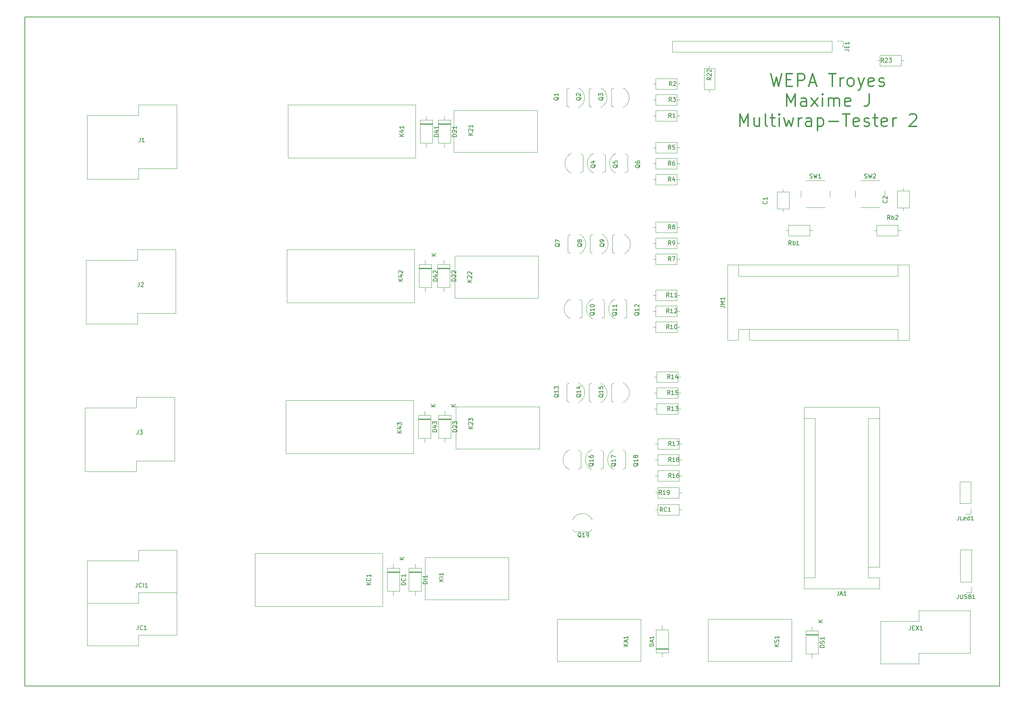
<source format=gto>
%TF.GenerationSoftware,KiCad,Pcbnew,(5.1.6)-1*%
%TF.CreationDate,2021-08-19T12:25:39+02:00*%
%TF.ProjectId,_Asclepios-Ohmmeter-v2,b5417363-6c65-4706-996f-732d4f686d6d,rev?*%
%TF.SameCoordinates,PXc65d40PYa4fc540*%
%TF.FileFunction,Legend,Top*%
%TF.FilePolarity,Positive*%
%FSLAX46Y46*%
G04 Gerber Fmt 4.6, Leading zero omitted, Abs format (unit mm)*
G04 Created by KiCad (PCBNEW (5.1.6)-1) date 2021-08-19 12:25:39*
%MOMM*%
%LPD*%
G01*
G04 APERTURE LIST*
%ADD10C,0.300000*%
%ADD11C,0.150000*%
%ADD12C,0.120000*%
G04 APERTURE END LIST*
D10*
X178357142Y146442858D02*
X179071428Y143442858D01*
X179642857Y145585715D01*
X180214285Y143442858D01*
X180928571Y146442858D01*
X182071428Y145014286D02*
X183071428Y145014286D01*
X183500000Y143442858D02*
X182071428Y143442858D01*
X182071428Y146442858D01*
X183500000Y146442858D01*
X184785714Y143442858D02*
X184785714Y146442858D01*
X185928571Y146442858D01*
X186214285Y146300000D01*
X186357142Y146157143D01*
X186500000Y145871429D01*
X186500000Y145442858D01*
X186357142Y145157143D01*
X186214285Y145014286D01*
X185928571Y144871429D01*
X184785714Y144871429D01*
X187642857Y144300000D02*
X189071428Y144300000D01*
X187357142Y143442858D02*
X188357142Y146442858D01*
X189357142Y143442858D01*
X192214285Y146442858D02*
X193928571Y146442858D01*
X193071428Y143442858D02*
X193071428Y146442858D01*
X194928571Y143442858D02*
X194928571Y145442858D01*
X194928571Y144871429D02*
X195071428Y145157143D01*
X195214285Y145300000D01*
X195500000Y145442858D01*
X195785714Y145442858D01*
X197214285Y143442858D02*
X196928571Y143585715D01*
X196785714Y143728572D01*
X196642857Y144014286D01*
X196642857Y144871429D01*
X196785714Y145157143D01*
X196928571Y145300000D01*
X197214285Y145442858D01*
X197642857Y145442858D01*
X197928571Y145300000D01*
X198071428Y145157143D01*
X198214285Y144871429D01*
X198214285Y144014286D01*
X198071428Y143728572D01*
X197928571Y143585715D01*
X197642857Y143442858D01*
X197214285Y143442858D01*
X199214285Y145442858D02*
X199928571Y143442858D01*
X200642857Y145442858D02*
X199928571Y143442858D01*
X199642857Y142728572D01*
X199500000Y142585715D01*
X199214285Y142442858D01*
X202928571Y143585715D02*
X202642857Y143442858D01*
X202071428Y143442858D01*
X201785714Y143585715D01*
X201642857Y143871429D01*
X201642857Y145014286D01*
X201785714Y145300000D01*
X202071428Y145442858D01*
X202642857Y145442858D01*
X202928571Y145300000D01*
X203071428Y145014286D01*
X203071428Y144728572D01*
X201642857Y144442858D01*
X204214285Y143585715D02*
X204500000Y143442858D01*
X205071428Y143442858D01*
X205357142Y143585715D01*
X205500000Y143871429D01*
X205500000Y144014286D01*
X205357142Y144300000D01*
X205071428Y144442858D01*
X204642857Y144442858D01*
X204357142Y144585715D01*
X204214285Y144871429D01*
X204214285Y145014286D01*
X204357142Y145300000D01*
X204642857Y145442858D01*
X205071428Y145442858D01*
X205357142Y145300000D01*
X182142857Y138642858D02*
X182142857Y141642858D01*
X183142857Y139500000D01*
X184142857Y141642858D01*
X184142857Y138642858D01*
X186857142Y138642858D02*
X186857142Y140214286D01*
X186714285Y140500000D01*
X186428571Y140642858D01*
X185857142Y140642858D01*
X185571428Y140500000D01*
X186857142Y138785715D02*
X186571428Y138642858D01*
X185857142Y138642858D01*
X185571428Y138785715D01*
X185428571Y139071429D01*
X185428571Y139357143D01*
X185571428Y139642858D01*
X185857142Y139785715D01*
X186571428Y139785715D01*
X186857142Y139928572D01*
X188000000Y138642858D02*
X189571428Y140642858D01*
X188000000Y140642858D02*
X189571428Y138642858D01*
X190714285Y138642858D02*
X190714285Y140642858D01*
X190714285Y141642858D02*
X190571428Y141500000D01*
X190714285Y141357143D01*
X190857142Y141500000D01*
X190714285Y141642858D01*
X190714285Y141357143D01*
X192142857Y138642858D02*
X192142857Y140642858D01*
X192142857Y140357143D02*
X192285714Y140500000D01*
X192571428Y140642858D01*
X193000000Y140642858D01*
X193285714Y140500000D01*
X193428571Y140214286D01*
X193428571Y138642858D01*
X193428571Y140214286D02*
X193571428Y140500000D01*
X193857142Y140642858D01*
X194285714Y140642858D01*
X194571428Y140500000D01*
X194714285Y140214286D01*
X194714285Y138642858D01*
X197285714Y138785715D02*
X197000000Y138642858D01*
X196428571Y138642858D01*
X196142857Y138785715D01*
X196000000Y139071429D01*
X196000000Y140214286D01*
X196142857Y140500000D01*
X196428571Y140642858D01*
X197000000Y140642858D01*
X197285714Y140500000D01*
X197428571Y140214286D01*
X197428571Y139928572D01*
X196000000Y139642858D01*
X201857142Y141642858D02*
X201857142Y139500000D01*
X201714285Y139071429D01*
X201428571Y138785715D01*
X201000000Y138642858D01*
X200714285Y138642858D01*
X170928571Y133842858D02*
X170928571Y136842858D01*
X171928571Y134700000D01*
X172928571Y136842858D01*
X172928571Y133842858D01*
X175642857Y135842858D02*
X175642857Y133842858D01*
X174357142Y135842858D02*
X174357142Y134271429D01*
X174500000Y133985715D01*
X174785714Y133842858D01*
X175214285Y133842858D01*
X175500000Y133985715D01*
X175642857Y134128572D01*
X177500000Y133842858D02*
X177214285Y133985715D01*
X177071428Y134271429D01*
X177071428Y136842858D01*
X178214285Y135842858D02*
X179357142Y135842858D01*
X178642857Y136842858D02*
X178642857Y134271429D01*
X178785714Y133985715D01*
X179071428Y133842858D01*
X179357142Y133842858D01*
X180357142Y133842858D02*
X180357142Y135842858D01*
X180357142Y136842858D02*
X180214285Y136700000D01*
X180357142Y136557143D01*
X180500000Y136700000D01*
X180357142Y136842858D01*
X180357142Y136557143D01*
X181500000Y135842858D02*
X182071428Y133842858D01*
X182642857Y135271429D01*
X183214285Y133842858D01*
X183785714Y135842858D01*
X184928571Y133842858D02*
X184928571Y135842858D01*
X184928571Y135271429D02*
X185071428Y135557143D01*
X185214285Y135700000D01*
X185500000Y135842858D01*
X185785714Y135842858D01*
X188071428Y133842858D02*
X188071428Y135414286D01*
X187928571Y135700000D01*
X187642857Y135842858D01*
X187071428Y135842858D01*
X186785714Y135700000D01*
X188071428Y133985715D02*
X187785714Y133842858D01*
X187071428Y133842858D01*
X186785714Y133985715D01*
X186642857Y134271429D01*
X186642857Y134557143D01*
X186785714Y134842858D01*
X187071428Y134985715D01*
X187785714Y134985715D01*
X188071428Y135128572D01*
X189499999Y135842858D02*
X189499999Y132842858D01*
X189499999Y135700000D02*
X189785714Y135842858D01*
X190357142Y135842858D01*
X190642857Y135700000D01*
X190785714Y135557143D01*
X190928571Y135271429D01*
X190928571Y134414286D01*
X190785714Y134128572D01*
X190642857Y133985715D01*
X190357142Y133842858D01*
X189785714Y133842858D01*
X189499999Y133985715D01*
X192214285Y134985715D02*
X194499999Y134985715D01*
X195499999Y136842858D02*
X197214285Y136842858D01*
X196357142Y133842858D02*
X196357142Y136842858D01*
X199357142Y133985715D02*
X199071428Y133842858D01*
X198499999Y133842858D01*
X198214285Y133985715D01*
X198071428Y134271429D01*
X198071428Y135414286D01*
X198214285Y135700000D01*
X198499999Y135842858D01*
X199071428Y135842858D01*
X199357142Y135700000D01*
X199499999Y135414286D01*
X199499999Y135128572D01*
X198071428Y134842858D01*
X200642857Y133985715D02*
X200928571Y133842858D01*
X201499999Y133842858D01*
X201785714Y133985715D01*
X201928571Y134271429D01*
X201928571Y134414286D01*
X201785714Y134700000D01*
X201499999Y134842858D01*
X201071428Y134842858D01*
X200785714Y134985715D01*
X200642857Y135271429D01*
X200642857Y135414286D01*
X200785714Y135700000D01*
X201071428Y135842858D01*
X201499999Y135842858D01*
X201785714Y135700000D01*
X202785714Y135842858D02*
X203928571Y135842858D01*
X203214285Y136842858D02*
X203214285Y134271429D01*
X203357142Y133985715D01*
X203642857Y133842858D01*
X203928571Y133842858D01*
X206071428Y133985715D02*
X205785714Y133842858D01*
X205214285Y133842858D01*
X204928571Y133985715D01*
X204785714Y134271429D01*
X204785714Y135414286D01*
X204928571Y135700000D01*
X205214285Y135842858D01*
X205785714Y135842858D01*
X206071428Y135700000D01*
X206214285Y135414286D01*
X206214285Y135128572D01*
X204785714Y134842858D01*
X207500000Y133842858D02*
X207500000Y135842858D01*
X207500000Y135271429D02*
X207642857Y135557143D01*
X207785714Y135700000D01*
X208071428Y135842858D01*
X208357142Y135842858D01*
X211500000Y136557143D02*
X211642857Y136700000D01*
X211928571Y136842858D01*
X212642857Y136842858D01*
X212928571Y136700000D01*
X213071428Y136557143D01*
X213214285Y136271429D01*
X213214285Y135985715D01*
X213071428Y135557143D01*
X211357142Y133842858D01*
X213214285Y133842858D01*
D11*
X0Y160000000D02*
X233000000Y160000000D01*
X0Y0D02*
X0Y160000000D01*
X233000000Y0D02*
X0Y0D01*
X233000000Y160000000D02*
X233000000Y0D01*
D12*
%TO.C,J1*%
X14940000Y126326000D02*
X14940000Y121226000D01*
X36340000Y128866000D02*
X36340000Y123776000D01*
X27230000Y123776000D02*
X27230000Y121226000D01*
X27230000Y121236000D02*
X14940000Y121226000D01*
X27230000Y123776000D02*
X36340000Y123776000D01*
X14940000Y136486000D02*
X27230000Y136486000D01*
X27230000Y139026000D02*
X27640000Y139026000D01*
X27230000Y136486000D02*
X27230000Y139026000D01*
X36340000Y139026000D02*
X27640000Y139026000D01*
X14940000Y126326000D02*
X14940000Y136486000D01*
X36340000Y139026000D02*
X36340000Y128866000D01*
%TO.C,J2*%
X14686000Y91720000D02*
X14686000Y86620000D01*
X36086000Y94260000D02*
X36086000Y89170000D01*
X26976000Y89170000D02*
X26976000Y86620000D01*
X26976000Y86630000D02*
X14686000Y86620000D01*
X26976000Y89170000D02*
X36086000Y89170000D01*
X14686000Y101880000D02*
X26976000Y101880000D01*
X26976000Y104420000D02*
X27386000Y104420000D01*
X26976000Y101880000D02*
X26976000Y104420000D01*
X36086000Y104420000D02*
X27386000Y104420000D01*
X14686000Y91720000D02*
X14686000Y101880000D01*
X36086000Y104420000D02*
X36086000Y94260000D01*
%TO.C,J3*%
X14432000Y56414000D02*
X14432000Y51314000D01*
X35832000Y58954000D02*
X35832000Y53864000D01*
X26722000Y53864000D02*
X26722000Y51314000D01*
X26722000Y51324000D02*
X14432000Y51314000D01*
X26722000Y53864000D02*
X35832000Y53864000D01*
X14432000Y66574000D02*
X26722000Y66574000D01*
X26722000Y69114000D02*
X27132000Y69114000D01*
X26722000Y66574000D02*
X26722000Y69114000D01*
X35832000Y69114000D02*
X27132000Y69114000D01*
X14432000Y56414000D02*
X14432000Y66574000D01*
X35832000Y69114000D02*
X35832000Y58954000D01*
%TO.C,JC1*%
X35260000Y12218000D02*
X30180000Y12218000D01*
X30180000Y12218000D02*
X27640000Y12218000D01*
X35260000Y12218000D02*
X36310000Y12218000D01*
X36340000Y22378000D02*
X36340000Y12218000D01*
X14940000Y9678000D02*
X14940000Y19838000D01*
X36340000Y22378000D02*
X27640000Y22378000D01*
X27640000Y12218000D02*
X27230000Y12218000D01*
X27230000Y12218000D02*
X27230000Y9678000D01*
X27230000Y19838000D02*
X27230000Y22378000D01*
X27230000Y22378000D02*
X27640000Y22378000D01*
X14940000Y9678000D02*
X27230000Y9678000D01*
X14940000Y19838000D02*
X27230000Y19838000D01*
%TO.C,JCI1*%
X35260000Y22378000D02*
X30180000Y22378000D01*
X30180000Y22378000D02*
X27640000Y22378000D01*
X35260000Y22378000D02*
X36310000Y22378000D01*
X36340000Y32538000D02*
X36340000Y22378000D01*
X14940000Y19838000D02*
X14940000Y29998000D01*
X36340000Y32538000D02*
X27640000Y32538000D01*
X27640000Y22378000D02*
X27230000Y22378000D01*
X27230000Y22378000D02*
X27230000Y19838000D01*
X27230000Y29998000D02*
X27230000Y32538000D01*
X27230000Y32538000D02*
X27640000Y32538000D01*
X14940000Y19838000D02*
X27230000Y19838000D01*
X14940000Y29998000D02*
X27230000Y29998000D01*
%TO.C,K41*%
X93426000Y139026000D02*
X93426000Y126326000D01*
X93426000Y126326000D02*
X62946000Y126326000D01*
X62946000Y126326000D02*
X62946000Y139026000D01*
X62946000Y139026000D02*
X93426000Y139026000D01*
%TO.C,K42*%
X93172000Y104420000D02*
X93172000Y91720000D01*
X93172000Y91720000D02*
X62692000Y91720000D01*
X62692000Y91720000D02*
X62692000Y104420000D01*
X62692000Y104420000D02*
X93172000Y104420000D01*
%TO.C,K43*%
X92918000Y68352000D02*
X92918000Y55652000D01*
X92918000Y55652000D02*
X62438000Y55652000D01*
X62438000Y55652000D02*
X62438000Y68352000D01*
X62438000Y68352000D02*
X92918000Y68352000D01*
%TO.C,KC1*%
X85552000Y31776000D02*
X85552000Y19076000D01*
X85552000Y19076000D02*
X55072000Y19076000D01*
X55072000Y19076000D02*
X55072000Y31776000D01*
X55072000Y31776000D02*
X85552000Y31776000D01*
%TO.C,DI1*%
X94769000Y27366000D02*
X91829000Y27366000D01*
X94769000Y27126000D02*
X91829000Y27126000D01*
X94769000Y27246000D02*
X91829000Y27246000D01*
X93299000Y21686000D02*
X93299000Y22706000D01*
X93299000Y29166000D02*
X93299000Y28146000D01*
X94769000Y22706000D02*
X94769000Y28146000D01*
X91829000Y22706000D02*
X94769000Y22706000D01*
X91829000Y28146000D02*
X91829000Y22706000D01*
X94769000Y28146000D02*
X91829000Y28146000D01*
%TO.C,JUSB1*%
X226328000Y22318000D02*
X224998000Y22318000D01*
X226328000Y23648000D02*
X226328000Y22318000D01*
X226328000Y24918000D02*
X223668000Y24918000D01*
X223668000Y24918000D02*
X223668000Y32598000D01*
X226328000Y24918000D02*
X226328000Y32598000D01*
X226328000Y32598000D02*
X223668000Y32598000D01*
%TO.C,Q16*%
X132972000Y52188000D02*
X132972000Y56038000D01*
X130173193Y56484400D02*
G75*
G03*
X128672000Y54128000I1098807J-2356400D01*
G01*
X132394045Y51805369D02*
G75*
G03*
X132972000Y52188000I-1122045J2322631D01*
G01*
X130173193Y51771600D02*
G75*
G02*
X128672000Y54128000I1098807J2356400D01*
G01*
X132384264Y56430383D02*
G75*
G02*
X132972000Y56038000I-1112264J-2302383D01*
G01*
%TO.C,Q19*%
X131364000Y36934000D02*
X135214000Y36934000D01*
X135660400Y39732807D02*
G75*
G03*
X133304000Y41234000I-2356400J-1098807D01*
G01*
X130981369Y37511955D02*
G75*
G03*
X131364000Y36934000I2322631J1122045D01*
G01*
X130947600Y39732807D02*
G75*
G02*
X133304000Y41234000I2356400J-1098807D01*
G01*
X135606383Y37521736D02*
G75*
G02*
X135214000Y36934000I-2302383J1112264D01*
G01*
%TO.C,Q18*%
X143640000Y52188000D02*
X143640000Y56038000D01*
X140841193Y56484400D02*
G75*
G03*
X139340000Y54128000I1098807J-2356400D01*
G01*
X143062045Y51805369D02*
G75*
G03*
X143640000Y52188000I-1122045J2322631D01*
G01*
X140841193Y51771600D02*
G75*
G02*
X139340000Y54128000I1098807J2356400D01*
G01*
X143052264Y56430383D02*
G75*
G02*
X143640000Y56038000I-1112264J-2302383D01*
G01*
%TO.C,Q17*%
X138306000Y52188000D02*
X138306000Y56038000D01*
X135507193Y56484400D02*
G75*
G03*
X134006000Y54128000I1098807J-2356400D01*
G01*
X137728045Y51805369D02*
G75*
G03*
X138306000Y52188000I-1122045J2322631D01*
G01*
X135507193Y51771600D02*
G75*
G02*
X134006000Y54128000I1098807J2356400D01*
G01*
X137718264Y56430383D02*
G75*
G02*
X138306000Y56038000I-1112264J-2302383D01*
G01*
%TO.C,Q15*%
X140240000Y72070000D02*
X140240000Y68220000D01*
X143038807Y67773600D02*
G75*
G03*
X144540000Y70130000I-1098807J2356400D01*
G01*
X140817955Y72452631D02*
G75*
G03*
X140240000Y72070000I1122045J-2322631D01*
G01*
X143038807Y72486400D02*
G75*
G02*
X144540000Y70130000I-1098807J-2356400D01*
G01*
X140827736Y67827617D02*
G75*
G02*
X140240000Y68220000I1112264J2302383D01*
G01*
%TO.C,Q14*%
X134906000Y72070000D02*
X134906000Y68220000D01*
X137704807Y67773600D02*
G75*
G03*
X139206000Y70130000I-1098807J2356400D01*
G01*
X135483955Y72452631D02*
G75*
G03*
X134906000Y72070000I1122045J-2322631D01*
G01*
X137704807Y72486400D02*
G75*
G02*
X139206000Y70130000I-1098807J-2356400D01*
G01*
X135493736Y67827617D02*
G75*
G02*
X134906000Y68220000I1112264J2302383D01*
G01*
%TO.C,Q13*%
X129572000Y72070000D02*
X129572000Y68220000D01*
X132370807Y67773600D02*
G75*
G03*
X133872000Y70130000I-1098807J2356400D01*
G01*
X130149955Y72452631D02*
G75*
G03*
X129572000Y72070000I1122045J-2322631D01*
G01*
X132370807Y72486400D02*
G75*
G02*
X133872000Y70130000I-1098807J-2356400D01*
G01*
X130159736Y67827617D02*
G75*
G02*
X129572000Y68220000I1112264J2302383D01*
G01*
%TO.C,Q11*%
X138560000Y88256000D02*
X138560000Y92106000D01*
X135761193Y92552400D02*
G75*
G03*
X134260000Y90196000I1098807J-2356400D01*
G01*
X137982045Y87873369D02*
G75*
G03*
X138560000Y88256000I-1122045J2322631D01*
G01*
X135761193Y87839600D02*
G75*
G02*
X134260000Y90196000I1098807J2356400D01*
G01*
X137972264Y92498383D02*
G75*
G02*
X138560000Y92106000I-1112264J-2302383D01*
G01*
%TO.C,Q12*%
X143894000Y88256000D02*
X143894000Y92106000D01*
X141095193Y92552400D02*
G75*
G03*
X139594000Y90196000I1098807J-2356400D01*
G01*
X143316045Y87873369D02*
G75*
G03*
X143894000Y88256000I-1122045J2322631D01*
G01*
X141095193Y87839600D02*
G75*
G02*
X139594000Y90196000I1098807J2356400D01*
G01*
X143306264Y92498383D02*
G75*
G02*
X143894000Y92106000I-1112264J-2302383D01*
G01*
%TO.C,Q9*%
X140494000Y107630000D02*
X140494000Y103780000D01*
X143292807Y103333600D02*
G75*
G03*
X144794000Y105690000I-1098807J2356400D01*
G01*
X141071955Y108012631D02*
G75*
G03*
X140494000Y107630000I1122045J-2322631D01*
G01*
X143292807Y108046400D02*
G75*
G02*
X144794000Y105690000I-1098807J-2356400D01*
G01*
X141081736Y103387617D02*
G75*
G02*
X140494000Y103780000I1112264J2302383D01*
G01*
%TO.C,Q8*%
X135160000Y107630000D02*
X135160000Y103780000D01*
X137958807Y103333600D02*
G75*
G03*
X139460000Y105690000I-1098807J2356400D01*
G01*
X135737955Y108012631D02*
G75*
G03*
X135160000Y107630000I1122045J-2322631D01*
G01*
X137958807Y108046400D02*
G75*
G02*
X139460000Y105690000I-1098807J-2356400D01*
G01*
X135747736Y103387617D02*
G75*
G02*
X135160000Y103780000I1112264J2302383D01*
G01*
%TO.C,Q7*%
X129826000Y107630000D02*
X129826000Y103780000D01*
X132624807Y103333600D02*
G75*
G03*
X134126000Y105690000I-1098807J2356400D01*
G01*
X130403955Y108012631D02*
G75*
G03*
X129826000Y107630000I1122045J-2322631D01*
G01*
X132624807Y108046400D02*
G75*
G02*
X134126000Y105690000I-1098807J-2356400D01*
G01*
X130413736Y103387617D02*
G75*
G02*
X129826000Y103780000I1112264J2302383D01*
G01*
%TO.C,Q10*%
X133226000Y88256000D02*
X133226000Y92106000D01*
X130427193Y92552400D02*
G75*
G03*
X128926000Y90196000I1098807J-2356400D01*
G01*
X132648045Y87873369D02*
G75*
G03*
X133226000Y88256000I-1122045J2322631D01*
G01*
X130427193Y87839600D02*
G75*
G02*
X128926000Y90196000I1098807J2356400D01*
G01*
X132638264Y92498383D02*
G75*
G02*
X133226000Y92106000I-1112264J-2302383D01*
G01*
%TO.C,Q5*%
X138763000Y123081200D02*
X138763000Y126931200D01*
X135964193Y127377600D02*
G75*
G03*
X134463000Y125021200I1098807J-2356400D01*
G01*
X138185045Y122698569D02*
G75*
G03*
X138763000Y123081200I-1122045J2322631D01*
G01*
X135964193Y122664800D02*
G75*
G02*
X134463000Y125021200I1098807J2356400D01*
G01*
X138175264Y127323583D02*
G75*
G02*
X138763000Y126931200I-1112264J-2302383D01*
G01*
%TO.C,Q6*%
X144097000Y123081200D02*
X144097000Y126931200D01*
X141298193Y127377600D02*
G75*
G03*
X139797000Y125021200I1098807J-2356400D01*
G01*
X143519045Y122698569D02*
G75*
G03*
X144097000Y123081200I-1122045J2322631D01*
G01*
X141298193Y122664800D02*
G75*
G02*
X139797000Y125021200I1098807J2356400D01*
G01*
X143509264Y127323583D02*
G75*
G02*
X144097000Y126931200I-1112264J-2302383D01*
G01*
%TO.C,Q3*%
X140215000Y142635800D02*
X140215000Y138785800D01*
X143013807Y138339400D02*
G75*
G03*
X144515000Y140695800I-1098807J2356400D01*
G01*
X140792955Y143018431D02*
G75*
G03*
X140215000Y142635800I1122045J-2322631D01*
G01*
X143013807Y143052200D02*
G75*
G02*
X144515000Y140695800I-1098807J-2356400D01*
G01*
X140802736Y138393417D02*
G75*
G02*
X140215000Y138785800I1112264J2302383D01*
G01*
%TO.C,Q2*%
X134881000Y142635800D02*
X134881000Y138785800D01*
X137679807Y138339400D02*
G75*
G03*
X139181000Y140695800I-1098807J2356400D01*
G01*
X135458955Y143018431D02*
G75*
G03*
X134881000Y142635800I1122045J-2322631D01*
G01*
X137679807Y143052200D02*
G75*
G02*
X139181000Y140695800I-1098807J-2356400D01*
G01*
X135468736Y138393417D02*
G75*
G02*
X134881000Y138785800I1112264J2302383D01*
G01*
%TO.C,Q1*%
X129547000Y142635800D02*
X129547000Y138785800D01*
X132345807Y138339400D02*
G75*
G03*
X133847000Y140695800I-1098807J2356400D01*
G01*
X130124955Y143018431D02*
G75*
G03*
X129547000Y142635800I1122045J-2322631D01*
G01*
X132345807Y143052200D02*
G75*
G02*
X133847000Y140695800I-1098807J-2356400D01*
G01*
X130134736Y138393417D02*
G75*
G02*
X129547000Y138785800I1112264J2302383D01*
G01*
%TO.C,Q4*%
X133429000Y123081200D02*
X133429000Y126931200D01*
X130630193Y127377600D02*
G75*
G03*
X129129000Y125021200I1098807J-2356400D01*
G01*
X132851045Y122698569D02*
G75*
G03*
X133429000Y123081200I-1122045J2322631D01*
G01*
X130630193Y122664800D02*
G75*
G02*
X129129000Y125021200I1098807J2356400D01*
G01*
X132841264Y127323583D02*
G75*
G02*
X133429000Y126931200I-1112264J-2302383D01*
G01*
%TO.C,C1*%
X181310000Y118874000D02*
X181310000Y118184000D01*
X182730000Y118184000D02*
X179890000Y118184000D01*
X182730000Y114144000D02*
X182730000Y118184000D01*
X179890000Y114144000D02*
X182730000Y114144000D01*
X181310000Y113454000D02*
X181310000Y114144000D01*
X179890000Y118184000D02*
X179890000Y114144000D01*
%TO.C,C2*%
X210012000Y119128000D02*
X210012000Y118438000D01*
X211432000Y118438000D02*
X208592000Y118438000D01*
X211432000Y114398000D02*
X211432000Y118438000D01*
X208592000Y114398000D02*
X211432000Y114398000D01*
X210012000Y113708000D02*
X210012000Y114398000D01*
X208592000Y118438000D02*
X208592000Y114398000D01*
%TO.C,D21*%
X101754000Y134554000D02*
X98814000Y134554000D01*
X101754000Y134314000D02*
X98814000Y134314000D01*
X101754000Y134434000D02*
X98814000Y134434000D01*
X100284000Y128874000D02*
X100284000Y129894000D01*
X100284000Y136354000D02*
X100284000Y135334000D01*
X101754000Y129894000D02*
X101754000Y135334000D01*
X98814000Y129894000D02*
X101754000Y129894000D01*
X98814000Y135334000D02*
X98814000Y129894000D01*
X101754000Y135334000D02*
X98814000Y135334000D01*
%TO.C,D22*%
X101627000Y100010000D02*
X98687000Y100010000D01*
X101627000Y99770000D02*
X98687000Y99770000D01*
X101627000Y99890000D02*
X98687000Y99890000D01*
X100157000Y94330000D02*
X100157000Y95350000D01*
X100157000Y101810000D02*
X100157000Y100790000D01*
X101627000Y95350000D02*
X101627000Y100790000D01*
X98687000Y95350000D02*
X101627000Y95350000D01*
X98687000Y100790000D02*
X98687000Y95350000D01*
X101627000Y100790000D02*
X98687000Y100790000D01*
%TO.C,D23*%
X101881000Y63942000D02*
X98941000Y63942000D01*
X101881000Y63702000D02*
X98941000Y63702000D01*
X101881000Y63822000D02*
X98941000Y63822000D01*
X100411000Y58262000D02*
X100411000Y59282000D01*
X100411000Y65742000D02*
X100411000Y64722000D01*
X101881000Y59282000D02*
X101881000Y64722000D01*
X98941000Y59282000D02*
X101881000Y59282000D01*
X98941000Y64722000D02*
X98941000Y59282000D01*
X101881000Y64722000D02*
X98941000Y64722000D01*
%TO.C,D41*%
X97436000Y134554000D02*
X94496000Y134554000D01*
X97436000Y134314000D02*
X94496000Y134314000D01*
X97436000Y134434000D02*
X94496000Y134434000D01*
X95966000Y128874000D02*
X95966000Y129894000D01*
X95966000Y136354000D02*
X95966000Y135334000D01*
X97436000Y129894000D02*
X97436000Y135334000D01*
X94496000Y129894000D02*
X97436000Y129894000D01*
X94496000Y135334000D02*
X94496000Y129894000D01*
X97436000Y135334000D02*
X94496000Y135334000D01*
%TO.C,D42*%
X97182000Y100010000D02*
X94242000Y100010000D01*
X97182000Y99770000D02*
X94242000Y99770000D01*
X97182000Y99890000D02*
X94242000Y99890000D01*
X95712000Y94330000D02*
X95712000Y95350000D01*
X95712000Y101810000D02*
X95712000Y100790000D01*
X97182000Y95350000D02*
X97182000Y100790000D01*
X94242000Y95350000D02*
X97182000Y95350000D01*
X94242000Y100790000D02*
X94242000Y95350000D01*
X97182000Y100790000D02*
X94242000Y100790000D01*
%TO.C,D43*%
X97055000Y63942000D02*
X94115000Y63942000D01*
X97055000Y63702000D02*
X94115000Y63702000D01*
X97055000Y63822000D02*
X94115000Y63822000D01*
X95585000Y58262000D02*
X95585000Y59282000D01*
X95585000Y65742000D02*
X95585000Y64722000D01*
X97055000Y59282000D02*
X97055000Y64722000D01*
X94115000Y59282000D02*
X97055000Y59282000D01*
X94115000Y64722000D02*
X94115000Y59282000D01*
X97055000Y64722000D02*
X94115000Y64722000D01*
%TO.C,DA1*%
X150884000Y8754000D02*
X153824000Y8754000D01*
X150884000Y8994000D02*
X153824000Y8994000D01*
X150884000Y8874000D02*
X153824000Y8874000D01*
X152354000Y14434000D02*
X152354000Y13414000D01*
X152354000Y6954000D02*
X152354000Y7974000D01*
X150884000Y13414000D02*
X150884000Y7974000D01*
X153824000Y13414000D02*
X150884000Y13414000D01*
X153824000Y7974000D02*
X153824000Y13414000D01*
X150884000Y7974000D02*
X153824000Y7974000D01*
%TO.C,DC1*%
X89562000Y27366000D02*
X86622000Y27366000D01*
X89562000Y27126000D02*
X86622000Y27126000D01*
X89562000Y27246000D02*
X86622000Y27246000D01*
X88092000Y21686000D02*
X88092000Y22706000D01*
X88092000Y29166000D02*
X88092000Y28146000D01*
X89562000Y22706000D02*
X89562000Y28146000D01*
X86622000Y22706000D02*
X89562000Y22706000D01*
X86622000Y28146000D02*
X86622000Y22706000D01*
X89562000Y28146000D02*
X86622000Y28146000D01*
%TO.C,DS1*%
X189638000Y12380000D02*
X186698000Y12380000D01*
X189638000Y12140000D02*
X186698000Y12140000D01*
X189638000Y12260000D02*
X186698000Y12260000D01*
X188168000Y6700000D02*
X188168000Y7720000D01*
X188168000Y14180000D02*
X188168000Y13160000D01*
X189638000Y7720000D02*
X189638000Y13160000D01*
X186698000Y7720000D02*
X189638000Y7720000D01*
X186698000Y13160000D02*
X186698000Y7720000D01*
X189638000Y13160000D02*
X186698000Y13160000D01*
%TO.C,JA1*%
X201630000Y28474000D02*
X201630000Y25934000D01*
X201630000Y25934000D02*
X204300000Y25934000D01*
X204300000Y28474000D02*
X204300000Y66704000D01*
X204300000Y23264000D02*
X204300000Y25934000D01*
X188930000Y25934000D02*
X186260000Y25934000D01*
X188930000Y25934000D02*
X188930000Y64034000D01*
X188930000Y64034000D02*
X186260000Y64034000D01*
X201630000Y28474000D02*
X204300000Y28474000D01*
X201630000Y28474000D02*
X201630000Y64034000D01*
X201630000Y64034000D02*
X204300000Y64034000D01*
X204300000Y66704000D02*
X186260000Y66704000D01*
X186260000Y66704000D02*
X186260000Y23264000D01*
X186260000Y23264000D02*
X204300000Y23264000D01*
%TO.C,JE1*%
X154834000Y154264000D02*
X154834000Y151604000D01*
X192994000Y154264000D02*
X154834000Y154264000D01*
X192994000Y151604000D02*
X154834000Y151604000D01*
X192994000Y154264000D02*
X192994000Y151604000D01*
X194264000Y154264000D02*
X195594000Y154264000D01*
X195594000Y154264000D02*
X195594000Y152934000D01*
%TO.C,JEX1*%
X205694000Y15520000D02*
X210774000Y15520000D01*
X210774000Y15520000D02*
X213314000Y15520000D01*
X205694000Y15520000D02*
X204644000Y15520000D01*
X204614000Y5360000D02*
X204614000Y15520000D01*
X226014000Y18060000D02*
X226014000Y7900000D01*
X204614000Y5360000D02*
X213314000Y5360000D01*
X213314000Y15520000D02*
X213724000Y15520000D01*
X213724000Y15520000D02*
X213724000Y18060000D01*
X213724000Y7900000D02*
X213724000Y5360000D01*
X213724000Y5360000D02*
X213314000Y5360000D01*
X226014000Y18060000D02*
X213724000Y18060000D01*
X226014000Y7900000D02*
X213724000Y7900000D01*
%TO.C,JM1*%
X173182000Y85370000D02*
X170642000Y85370000D01*
X170642000Y85370000D02*
X170642000Y82700000D01*
X173182000Y82700000D02*
X211412000Y82700000D01*
X167972000Y82700000D02*
X170642000Y82700000D01*
X170642000Y98070000D02*
X170642000Y100740000D01*
X170642000Y98070000D02*
X208742000Y98070000D01*
X208742000Y98070000D02*
X208742000Y100740000D01*
X173182000Y85370000D02*
X173182000Y82700000D01*
X173182000Y85370000D02*
X208742000Y85370000D01*
X208742000Y85370000D02*
X208742000Y82700000D01*
X211412000Y82700000D02*
X211412000Y100740000D01*
X211412000Y100740000D02*
X167972000Y100740000D01*
X167972000Y100740000D02*
X167972000Y82700000D01*
%TO.C,K21*%
X122570000Y127676000D02*
X102570000Y127676000D01*
X122570000Y137676000D02*
X122570000Y127676000D01*
X102570000Y137676000D02*
X122570000Y137676000D01*
X102570000Y127676000D02*
X102570000Y137676000D01*
%TO.C,K22*%
X122824000Y92816000D02*
X102824000Y92816000D01*
X122824000Y102816000D02*
X122824000Y92816000D01*
X102824000Y102816000D02*
X122824000Y102816000D01*
X102824000Y92816000D02*
X102824000Y102816000D01*
%TO.C,K23*%
X123078000Y56748000D02*
X103078000Y56748000D01*
X123078000Y66748000D02*
X123078000Y56748000D01*
X103078000Y66748000D02*
X123078000Y66748000D01*
X103078000Y56748000D02*
X103078000Y66748000D01*
%TO.C,KA1*%
X127274000Y15948000D02*
X147274000Y15948000D01*
X127274000Y5948000D02*
X127274000Y15948000D01*
X147274000Y5948000D02*
X127274000Y5948000D01*
X147274000Y15948000D02*
X147274000Y5948000D01*
%TO.C,Ki1*%
X115712000Y20680000D02*
X95712000Y20680000D01*
X115712000Y30680000D02*
X115712000Y20680000D01*
X95712000Y30680000D02*
X115712000Y30680000D01*
X95712000Y20680000D02*
X95712000Y30680000D01*
%TO.C,KS1*%
X163342000Y15948000D02*
X183342000Y15948000D01*
X163342000Y5948000D02*
X163342000Y15948000D01*
X183342000Y5948000D02*
X163342000Y5948000D01*
X183342000Y15948000D02*
X183342000Y5948000D01*
%TO.C,R1*%
X156545000Y136424000D02*
X155910000Y136424000D01*
X150195000Y136424000D02*
X150830000Y136424000D01*
X150830000Y136424000D02*
X150195000Y136424000D01*
X155910000Y135154000D02*
X150830000Y135154000D01*
X150830000Y135154000D02*
X155910000Y135154000D01*
X150830000Y137694000D02*
X150830000Y135154000D01*
X155910000Y137694000D02*
X150830000Y137694000D01*
X155910000Y135154000D02*
X155910000Y137694000D01*
%TO.C,R2*%
X156545000Y144044000D02*
X155910000Y144044000D01*
X150195000Y144044000D02*
X150830000Y144044000D01*
X150830000Y144044000D02*
X150195000Y144044000D01*
X155910000Y142774000D02*
X150830000Y142774000D01*
X150830000Y142774000D02*
X155910000Y142774000D01*
X150830000Y145314000D02*
X150830000Y142774000D01*
X155910000Y145314000D02*
X150830000Y145314000D01*
X155910000Y142774000D02*
X155910000Y145314000D01*
%TO.C,R3*%
X156545000Y140234000D02*
X155910000Y140234000D01*
X150195000Y140234000D02*
X150830000Y140234000D01*
X150830000Y140234000D02*
X150195000Y140234000D01*
X155910000Y138964000D02*
X150830000Y138964000D01*
X150830000Y138964000D02*
X155910000Y138964000D01*
X150830000Y141504000D02*
X150830000Y138964000D01*
X155910000Y141504000D02*
X150830000Y141504000D01*
X155910000Y138964000D02*
X155910000Y141504000D01*
%TO.C,R4*%
X156545000Y121184000D02*
X155910000Y121184000D01*
X150195000Y121184000D02*
X150830000Y121184000D01*
X150830000Y121184000D02*
X150195000Y121184000D01*
X155910000Y119914000D02*
X150830000Y119914000D01*
X150830000Y119914000D02*
X155910000Y119914000D01*
X150830000Y122454000D02*
X150830000Y119914000D01*
X155910000Y122454000D02*
X150830000Y122454000D01*
X155910000Y119914000D02*
X155910000Y122454000D01*
%TO.C,R5*%
X156545000Y128804000D02*
X155910000Y128804000D01*
X150195000Y128804000D02*
X150830000Y128804000D01*
X150830000Y128804000D02*
X150195000Y128804000D01*
X155910000Y127534000D02*
X150830000Y127534000D01*
X150830000Y127534000D02*
X155910000Y127534000D01*
X150830000Y130074000D02*
X150830000Y127534000D01*
X155910000Y130074000D02*
X150830000Y130074000D01*
X155910000Y127534000D02*
X155910000Y130074000D01*
%TO.C,R6*%
X156545000Y124994000D02*
X155910000Y124994000D01*
X150195000Y124994000D02*
X150830000Y124994000D01*
X150830000Y124994000D02*
X150195000Y124994000D01*
X155910000Y123724000D02*
X150830000Y123724000D01*
X150830000Y123724000D02*
X155910000Y123724000D01*
X150830000Y126264000D02*
X150830000Y123724000D01*
X155910000Y126264000D02*
X150830000Y126264000D01*
X155910000Y123724000D02*
X155910000Y126264000D01*
%TO.C,R7*%
X156545000Y102134000D02*
X155910000Y102134000D01*
X150195000Y102134000D02*
X150830000Y102134000D01*
X150830000Y102134000D02*
X150195000Y102134000D01*
X155910000Y100864000D02*
X150830000Y100864000D01*
X150830000Y100864000D02*
X155910000Y100864000D01*
X150830000Y103404000D02*
X150830000Y100864000D01*
X155910000Y103404000D02*
X150830000Y103404000D01*
X155910000Y100864000D02*
X155910000Y103404000D01*
%TO.C,R8*%
X156545000Y109754000D02*
X155910000Y109754000D01*
X150195000Y109754000D02*
X150830000Y109754000D01*
X150830000Y109754000D02*
X150195000Y109754000D01*
X155910000Y108484000D02*
X150830000Y108484000D01*
X150830000Y108484000D02*
X155910000Y108484000D01*
X150830000Y111024000D02*
X150830000Y108484000D01*
X155910000Y111024000D02*
X150830000Y111024000D01*
X155910000Y108484000D02*
X155910000Y111024000D01*
%TO.C,R9*%
X156545000Y105944000D02*
X155910000Y105944000D01*
X150195000Y105944000D02*
X150830000Y105944000D01*
X150830000Y105944000D02*
X150195000Y105944000D01*
X155910000Y104674000D02*
X150830000Y104674000D01*
X150830000Y104674000D02*
X155910000Y104674000D01*
X150830000Y107214000D02*
X150830000Y104674000D01*
X155910000Y107214000D02*
X150830000Y107214000D01*
X155910000Y104674000D02*
X155910000Y107214000D01*
%TO.C,R10*%
X156545000Y85878000D02*
X155910000Y85878000D01*
X150195000Y85878000D02*
X150830000Y85878000D01*
X150830000Y85878000D02*
X150195000Y85878000D01*
X155910000Y84608000D02*
X150830000Y84608000D01*
X150830000Y84608000D02*
X155910000Y84608000D01*
X150830000Y87148000D02*
X150830000Y84608000D01*
X155910000Y87148000D02*
X150830000Y87148000D01*
X155910000Y84608000D02*
X155910000Y87148000D01*
%TO.C,R11*%
X156545000Y93498000D02*
X155910000Y93498000D01*
X150195000Y93498000D02*
X150830000Y93498000D01*
X150830000Y93498000D02*
X150195000Y93498000D01*
X155910000Y92228000D02*
X150830000Y92228000D01*
X150830000Y92228000D02*
X155910000Y92228000D01*
X150830000Y94768000D02*
X150830000Y92228000D01*
X155910000Y94768000D02*
X150830000Y94768000D01*
X155910000Y92228000D02*
X155910000Y94768000D01*
%TO.C,R12*%
X156545000Y89688000D02*
X155910000Y89688000D01*
X150195000Y89688000D02*
X150830000Y89688000D01*
X150830000Y89688000D02*
X150195000Y89688000D01*
X155910000Y88418000D02*
X150830000Y88418000D01*
X150830000Y88418000D02*
X155910000Y88418000D01*
X150830000Y90958000D02*
X150830000Y88418000D01*
X155910000Y90958000D02*
X150830000Y90958000D01*
X155910000Y88418000D02*
X155910000Y90958000D01*
%TO.C,R13*%
X156799000Y66320000D02*
X156164000Y66320000D01*
X150449000Y66320000D02*
X151084000Y66320000D01*
X151084000Y66320000D02*
X150449000Y66320000D01*
X156164000Y65050000D02*
X151084000Y65050000D01*
X151084000Y65050000D02*
X156164000Y65050000D01*
X151084000Y67590000D02*
X151084000Y65050000D01*
X156164000Y67590000D02*
X151084000Y67590000D01*
X156164000Y65050000D02*
X156164000Y67590000D01*
%TO.C,R14*%
X156799000Y73940000D02*
X156164000Y73940000D01*
X150449000Y73940000D02*
X151084000Y73940000D01*
X151084000Y73940000D02*
X150449000Y73940000D01*
X156164000Y72670000D02*
X151084000Y72670000D01*
X151084000Y72670000D02*
X156164000Y72670000D01*
X151084000Y75210000D02*
X151084000Y72670000D01*
X156164000Y75210000D02*
X151084000Y75210000D01*
X156164000Y72670000D02*
X156164000Y75210000D01*
%TO.C,R15*%
X156799000Y70130000D02*
X156164000Y70130000D01*
X150449000Y70130000D02*
X151084000Y70130000D01*
X151084000Y70130000D02*
X150449000Y70130000D01*
X156164000Y68860000D02*
X151084000Y68860000D01*
X151084000Y68860000D02*
X156164000Y68860000D01*
X151084000Y71400000D02*
X151084000Y68860000D01*
X156164000Y71400000D02*
X151084000Y71400000D01*
X156164000Y68860000D02*
X156164000Y71400000D01*
%TO.C,R16*%
X157053000Y50318000D02*
X156418000Y50318000D01*
X150703000Y50318000D02*
X151338000Y50318000D01*
X151338000Y50318000D02*
X150703000Y50318000D01*
X156418000Y49048000D02*
X151338000Y49048000D01*
X151338000Y49048000D02*
X156418000Y49048000D01*
X151338000Y51588000D02*
X151338000Y49048000D01*
X156418000Y51588000D02*
X151338000Y51588000D01*
X156418000Y49048000D02*
X156418000Y51588000D01*
%TO.C,R17*%
X157053000Y57938000D02*
X156418000Y57938000D01*
X150703000Y57938000D02*
X151338000Y57938000D01*
X151338000Y57938000D02*
X150703000Y57938000D01*
X156418000Y56668000D02*
X151338000Y56668000D01*
X151338000Y56668000D02*
X156418000Y56668000D01*
X151338000Y59208000D02*
X151338000Y56668000D01*
X156418000Y59208000D02*
X151338000Y59208000D01*
X156418000Y56668000D02*
X156418000Y59208000D01*
%TO.C,R18*%
X157053000Y54128000D02*
X156418000Y54128000D01*
X150703000Y54128000D02*
X151338000Y54128000D01*
X151338000Y54128000D02*
X150703000Y54128000D01*
X156418000Y52858000D02*
X151338000Y52858000D01*
X151338000Y52858000D02*
X156418000Y52858000D01*
X151338000Y55398000D02*
X151338000Y52858000D01*
X156418000Y55398000D02*
X151338000Y55398000D01*
X156418000Y52858000D02*
X156418000Y55398000D01*
%TO.C,R19*%
X157053000Y46254000D02*
X156418000Y46254000D01*
X150703000Y46254000D02*
X151338000Y46254000D01*
X151338000Y46254000D02*
X150703000Y46254000D01*
X156418000Y44984000D02*
X151338000Y44984000D01*
X151338000Y44984000D02*
X156418000Y44984000D01*
X151338000Y47524000D02*
X151338000Y44984000D01*
X156418000Y47524000D02*
X151338000Y47524000D01*
X156418000Y44984000D02*
X156418000Y47524000D01*
%TO.C,R22*%
X163657000Y148362000D02*
X163657000Y147727000D01*
X163657000Y142012000D02*
X163657000Y142647000D01*
X163657000Y142647000D02*
X163657000Y142012000D01*
X164927000Y147727000D02*
X164927000Y142647000D01*
X164927000Y142647000D02*
X164927000Y147727000D01*
X162387000Y142647000D02*
X164927000Y142647000D01*
X162387000Y147727000D02*
X162387000Y142647000D01*
X164927000Y147727000D02*
X162387000Y147727000D01*
%TO.C,R23*%
X203789000Y149632000D02*
X204424000Y149632000D01*
X210139000Y149632000D02*
X209504000Y149632000D01*
X209504000Y149632000D02*
X210139000Y149632000D01*
X204424000Y150902000D02*
X209504000Y150902000D01*
X209504000Y150902000D02*
X204424000Y150902000D01*
X209504000Y148362000D02*
X209504000Y150902000D01*
X204424000Y148362000D02*
X209504000Y148362000D01*
X204424000Y150902000D02*
X204424000Y148362000D01*
%TO.C,Rb1*%
X181945000Y108992000D02*
X182580000Y108992000D01*
X188295000Y108992000D02*
X187660000Y108992000D01*
X187660000Y108992000D02*
X188295000Y108992000D01*
X182580000Y110262000D02*
X187660000Y110262000D01*
X187660000Y110262000D02*
X182580000Y110262000D01*
X187660000Y107722000D02*
X187660000Y110262000D01*
X182580000Y107722000D02*
X187660000Y107722000D01*
X182580000Y110262000D02*
X182580000Y107722000D01*
%TO.C,Rb2*%
X209377000Y108992000D02*
X208742000Y108992000D01*
X203027000Y108992000D02*
X203662000Y108992000D01*
X203662000Y108992000D02*
X203027000Y108992000D01*
X208742000Y107722000D02*
X203662000Y107722000D01*
X203662000Y107722000D02*
X208742000Y107722000D01*
X203662000Y110262000D02*
X203662000Y107722000D01*
X208742000Y110262000D02*
X203662000Y110262000D01*
X208742000Y107722000D02*
X208742000Y110262000D01*
%TO.C,RC1*%
X157053000Y42190000D02*
X156418000Y42190000D01*
X150703000Y42190000D02*
X151338000Y42190000D01*
X151338000Y42190000D02*
X150703000Y42190000D01*
X156418000Y40920000D02*
X151338000Y40920000D01*
X151338000Y40920000D02*
X156418000Y40920000D01*
X151338000Y43460000D02*
X151338000Y40920000D01*
X156418000Y43460000D02*
X151338000Y43460000D01*
X156418000Y40920000D02*
X156418000Y43460000D01*
%TO.C,SW1*%
X192505000Y116914000D02*
X192505000Y118414000D01*
X191255000Y120914000D02*
X186755000Y120914000D01*
X185505000Y118414000D02*
X185505000Y116914000D01*
X186755000Y114414000D02*
X191255000Y114414000D01*
%TO.C,SW2*%
X205586000Y116914000D02*
X205586000Y118414000D01*
X204336000Y120914000D02*
X199836000Y120914000D01*
X198586000Y118414000D02*
X198586000Y116914000D01*
X199836000Y114414000D02*
X204336000Y114414000D01*
%TO.C,JLed1*%
X226201000Y41114000D02*
X224871000Y41114000D01*
X226201000Y42444000D02*
X226201000Y41114000D01*
X226201000Y43714000D02*
X223541000Y43714000D01*
X223541000Y43714000D02*
X223541000Y48854000D01*
X226201000Y43714000D02*
X226201000Y48854000D01*
X226201000Y48854000D02*
X223541000Y48854000D01*
%TO.C,J1*%
D11*
X27626666Y131103620D02*
X27626666Y130389334D01*
X27579047Y130246477D01*
X27483809Y130151239D01*
X27340952Y130103620D01*
X27245714Y130103620D01*
X28626666Y130103620D02*
X28055238Y130103620D01*
X28340952Y130103620D02*
X28340952Y131103620D01*
X28245714Y130960762D01*
X28150476Y130865524D01*
X28055238Y130817905D01*
%TO.C,J2*%
X27372666Y96497620D02*
X27372666Y95783334D01*
X27325047Y95640477D01*
X27229809Y95545239D01*
X27086952Y95497620D01*
X26991714Y95497620D01*
X27801238Y96402381D02*
X27848857Y96450000D01*
X27944095Y96497620D01*
X28182190Y96497620D01*
X28277428Y96450000D01*
X28325047Y96402381D01*
X28372666Y96307143D01*
X28372666Y96211905D01*
X28325047Y96069048D01*
X27753619Y95497620D01*
X28372666Y95497620D01*
%TO.C,J3*%
X27118666Y61191620D02*
X27118666Y60477334D01*
X27071047Y60334477D01*
X26975809Y60239239D01*
X26832952Y60191620D01*
X26737714Y60191620D01*
X27499619Y61191620D02*
X28118666Y61191620D01*
X27785333Y60810667D01*
X27928190Y60810667D01*
X28023428Y60763048D01*
X28071047Y60715429D01*
X28118666Y60620191D01*
X28118666Y60382096D01*
X28071047Y60286858D01*
X28023428Y60239239D01*
X27928190Y60191620D01*
X27642476Y60191620D01*
X27547238Y60239239D01*
X27499619Y60286858D01*
%TO.C,JC1*%
X27126666Y14455620D02*
X27126666Y13741334D01*
X27079047Y13598477D01*
X26983809Y13503239D01*
X26840952Y13455620D01*
X26745714Y13455620D01*
X28174285Y13550858D02*
X28126666Y13503239D01*
X27983809Y13455620D01*
X27888571Y13455620D01*
X27745714Y13503239D01*
X27650476Y13598477D01*
X27602857Y13693715D01*
X27555238Y13884191D01*
X27555238Y14027048D01*
X27602857Y14217524D01*
X27650476Y14312762D01*
X27745714Y14408000D01*
X27888571Y14455620D01*
X27983809Y14455620D01*
X28126666Y14408000D01*
X28174285Y14360381D01*
X29126666Y13455620D02*
X28555238Y13455620D01*
X28840952Y13455620D02*
X28840952Y14455620D01*
X28745714Y14312762D01*
X28650476Y14217524D01*
X28555238Y14169905D01*
%TO.C,JCI1*%
X26888571Y24615620D02*
X26888571Y23901334D01*
X26840952Y23758477D01*
X26745714Y23663239D01*
X26602857Y23615620D01*
X26507619Y23615620D01*
X27936190Y23710858D02*
X27888571Y23663239D01*
X27745714Y23615620D01*
X27650476Y23615620D01*
X27507619Y23663239D01*
X27412380Y23758477D01*
X27364761Y23853715D01*
X27317142Y24044191D01*
X27317142Y24187048D01*
X27364761Y24377524D01*
X27412380Y24472762D01*
X27507619Y24568000D01*
X27650476Y24615620D01*
X27745714Y24615620D01*
X27888571Y24568000D01*
X27936190Y24520381D01*
X28364761Y23615620D02*
X28364761Y24615620D01*
X29364761Y23615620D02*
X28793333Y23615620D01*
X29079047Y23615620D02*
X29079047Y24615620D01*
X28983809Y24472762D01*
X28888571Y24377524D01*
X28793333Y24329905D01*
%TO.C,K41*%
X90576380Y131461715D02*
X89576380Y131461715D01*
X90576380Y132033143D02*
X90004952Y131604572D01*
X89576380Y132033143D02*
X90147809Y131461715D01*
X89909714Y132890286D02*
X90576380Y132890286D01*
X89528761Y132652191D02*
X90243047Y132414096D01*
X90243047Y133033143D01*
X90576380Y133937905D02*
X90576380Y133366477D01*
X90576380Y133652191D02*
X89576380Y133652191D01*
X89719238Y133556953D01*
X89814476Y133461715D01*
X89862095Y133366477D01*
%TO.C,K42*%
X90322380Y96855715D02*
X89322380Y96855715D01*
X90322380Y97427143D02*
X89750952Y96998572D01*
X89322380Y97427143D02*
X89893809Y96855715D01*
X89655714Y98284286D02*
X90322380Y98284286D01*
X89274761Y98046191D02*
X89989047Y97808096D01*
X89989047Y98427143D01*
X89417619Y98760477D02*
X89370000Y98808096D01*
X89322380Y98903334D01*
X89322380Y99141429D01*
X89370000Y99236667D01*
X89417619Y99284286D01*
X89512857Y99331905D01*
X89608095Y99331905D01*
X89750952Y99284286D01*
X90322380Y98712858D01*
X90322380Y99331905D01*
%TO.C,K43*%
X90068380Y60533715D02*
X89068380Y60533715D01*
X90068380Y61105143D02*
X89496952Y60676572D01*
X89068380Y61105143D02*
X89639809Y60533715D01*
X89401714Y61962286D02*
X90068380Y61962286D01*
X89020761Y61724191D02*
X89735047Y61486096D01*
X89735047Y62105143D01*
X89068380Y62390858D02*
X89068380Y63009905D01*
X89449333Y62676572D01*
X89449333Y62819429D01*
X89496952Y62914667D01*
X89544571Y62962286D01*
X89639809Y63009905D01*
X89877904Y63009905D01*
X89973142Y62962286D01*
X90020761Y62914667D01*
X90068380Y62819429D01*
X90068380Y62533715D01*
X90020761Y62438477D01*
X89973142Y62390858D01*
%TO.C,KC1*%
X82702380Y24187905D02*
X81702380Y24187905D01*
X82702380Y24759334D02*
X82130952Y24330762D01*
X81702380Y24759334D02*
X82273809Y24187905D01*
X82607142Y25759334D02*
X82654761Y25711715D01*
X82702380Y25568858D01*
X82702380Y25473620D01*
X82654761Y25330762D01*
X82559523Y25235524D01*
X82464285Y25187905D01*
X82273809Y25140286D01*
X82130952Y25140286D01*
X81940476Y25187905D01*
X81845238Y25235524D01*
X81750000Y25330762D01*
X81702380Y25473620D01*
X81702380Y25568858D01*
X81750000Y25711715D01*
X81797619Y25759334D01*
X82702380Y26711715D02*
X82702380Y26140286D01*
X82702380Y26426000D02*
X81702380Y26426000D01*
X81845238Y26330762D01*
X81940476Y26235524D01*
X81988095Y26140286D01*
%TO.C,DI1*%
X96221380Y24449810D02*
X95221380Y24449810D01*
X95221380Y24687905D01*
X95269000Y24830762D01*
X95364238Y24926000D01*
X95459476Y24973620D01*
X95649952Y25021239D01*
X95792809Y25021239D01*
X95983285Y24973620D01*
X96078523Y24926000D01*
X96173761Y24830762D01*
X96221380Y24687905D01*
X96221380Y24449810D01*
X96221380Y25449810D02*
X95221380Y25449810D01*
X96221380Y26449810D02*
X96221380Y25878381D01*
X96221380Y26164096D02*
X95221380Y26164096D01*
X95364238Y26068858D01*
X95459476Y25973620D01*
X95507095Y25878381D01*
%TO.C,JUSB1*%
X223164666Y21865620D02*
X223164666Y21151334D01*
X223117047Y21008477D01*
X223021809Y20913239D01*
X222878952Y20865620D01*
X222783714Y20865620D01*
X223640857Y21865620D02*
X223640857Y21056096D01*
X223688476Y20960858D01*
X223736095Y20913239D01*
X223831333Y20865620D01*
X224021809Y20865620D01*
X224117047Y20913239D01*
X224164666Y20960858D01*
X224212285Y21056096D01*
X224212285Y21865620D01*
X224640857Y20913239D02*
X224783714Y20865620D01*
X225021809Y20865620D01*
X225117047Y20913239D01*
X225164666Y20960858D01*
X225212285Y21056096D01*
X225212285Y21151334D01*
X225164666Y21246572D01*
X225117047Y21294191D01*
X225021809Y21341810D01*
X224831333Y21389429D01*
X224736095Y21437048D01*
X224688476Y21484667D01*
X224640857Y21579905D01*
X224640857Y21675143D01*
X224688476Y21770381D01*
X224736095Y21818000D01*
X224831333Y21865620D01*
X225069428Y21865620D01*
X225212285Y21818000D01*
X225974190Y21389429D02*
X226117047Y21341810D01*
X226164666Y21294191D01*
X226212285Y21198953D01*
X226212285Y21056096D01*
X226164666Y20960858D01*
X226117047Y20913239D01*
X226021809Y20865620D01*
X225640857Y20865620D01*
X225640857Y21865620D01*
X225974190Y21865620D01*
X226069428Y21818000D01*
X226117047Y21770381D01*
X226164666Y21675143D01*
X226164666Y21579905D01*
X226117047Y21484667D01*
X226069428Y21437048D01*
X225974190Y21389429D01*
X225640857Y21389429D01*
X227164666Y20865620D02*
X226593238Y20865620D01*
X226878952Y20865620D02*
X226878952Y21865620D01*
X226783714Y21722762D01*
X226688476Y21627524D01*
X226593238Y21579905D01*
%TO.C,Q16*%
X135971883Y53318955D02*
X135924264Y53223717D01*
X135829025Y53128479D01*
X135686168Y52985622D01*
X135638549Y52890383D01*
X135638549Y52795145D01*
X135876644Y52842764D02*
X135829025Y52747526D01*
X135733787Y52652288D01*
X135543311Y52604669D01*
X135209978Y52604669D01*
X135019502Y52652288D01*
X134924264Y52747526D01*
X134876644Y52842764D01*
X134876644Y53033241D01*
X134924264Y53128479D01*
X135019502Y53223717D01*
X135209978Y53271336D01*
X135543311Y53271336D01*
X135733787Y53223717D01*
X135829025Y53128479D01*
X135876644Y53033241D01*
X135876644Y52842764D01*
X135876644Y54223717D02*
X135876644Y53652288D01*
X135876644Y53938003D02*
X134876644Y53938003D01*
X135019502Y53842764D01*
X135114740Y53747526D01*
X135162359Y53652288D01*
X134876644Y55080860D02*
X134876644Y54890383D01*
X134924264Y54795145D01*
X134971883Y54747526D01*
X135114740Y54652288D01*
X135305216Y54604669D01*
X135686168Y54604669D01*
X135781406Y54652288D01*
X135829025Y54699907D01*
X135876644Y54795145D01*
X135876644Y54985622D01*
X135829025Y55080860D01*
X135781406Y55128479D01*
X135686168Y55176098D01*
X135448073Y55176098D01*
X135352835Y55128479D01*
X135305216Y55080860D01*
X135257597Y54985622D01*
X135257597Y54795145D01*
X135305216Y54699907D01*
X135352835Y54652288D01*
X135448073Y54604669D01*
%TO.C,Q19*%
X132986571Y35546381D02*
X132891333Y35594000D01*
X132796095Y35689239D01*
X132653238Y35832096D01*
X132558000Y35879715D01*
X132462761Y35879715D01*
X132510380Y35641620D02*
X132415142Y35689239D01*
X132319904Y35784477D01*
X132272285Y35974953D01*
X132272285Y36308286D01*
X132319904Y36498762D01*
X132415142Y36594000D01*
X132510380Y36641620D01*
X132700857Y36641620D01*
X132796095Y36594000D01*
X132891333Y36498762D01*
X132938952Y36308286D01*
X132938952Y35974953D01*
X132891333Y35784477D01*
X132796095Y35689239D01*
X132700857Y35641620D01*
X132510380Y35641620D01*
X133891333Y35641620D02*
X133319904Y35641620D01*
X133605619Y35641620D02*
X133605619Y36641620D01*
X133510380Y36498762D01*
X133415142Y36403524D01*
X133319904Y36355905D01*
X134367523Y35641620D02*
X134558000Y35641620D01*
X134653238Y35689239D01*
X134700857Y35736858D01*
X134796095Y35879715D01*
X134843714Y36070191D01*
X134843714Y36451143D01*
X134796095Y36546381D01*
X134748476Y36594000D01*
X134653238Y36641620D01*
X134462761Y36641620D01*
X134367523Y36594000D01*
X134319904Y36546381D01*
X134272285Y36451143D01*
X134272285Y36213048D01*
X134319904Y36117810D01*
X134367523Y36070191D01*
X134462761Y36022572D01*
X134653238Y36022572D01*
X134748476Y36070191D01*
X134796095Y36117810D01*
X134843714Y36213048D01*
%TO.C,Q18*%
X146639883Y53318955D02*
X146592264Y53223717D01*
X146497025Y53128479D01*
X146354168Y52985622D01*
X146306549Y52890383D01*
X146306549Y52795145D01*
X146544644Y52842764D02*
X146497025Y52747526D01*
X146401787Y52652288D01*
X146211311Y52604669D01*
X145877978Y52604669D01*
X145687502Y52652288D01*
X145592264Y52747526D01*
X145544644Y52842764D01*
X145544644Y53033241D01*
X145592264Y53128479D01*
X145687502Y53223717D01*
X145877978Y53271336D01*
X146211311Y53271336D01*
X146401787Y53223717D01*
X146497025Y53128479D01*
X146544644Y53033241D01*
X146544644Y52842764D01*
X146544644Y54223717D02*
X146544644Y53652288D01*
X146544644Y53938003D02*
X145544644Y53938003D01*
X145687502Y53842764D01*
X145782740Y53747526D01*
X145830359Y53652288D01*
X145973216Y54795145D02*
X145925597Y54699907D01*
X145877978Y54652288D01*
X145782740Y54604669D01*
X145735121Y54604669D01*
X145639883Y54652288D01*
X145592264Y54699907D01*
X145544644Y54795145D01*
X145544644Y54985622D01*
X145592264Y55080860D01*
X145639883Y55128479D01*
X145735121Y55176098D01*
X145782740Y55176098D01*
X145877978Y55128479D01*
X145925597Y55080860D01*
X145973216Y54985622D01*
X145973216Y54795145D01*
X146020835Y54699907D01*
X146068454Y54652288D01*
X146163692Y54604669D01*
X146354168Y54604669D01*
X146449406Y54652288D01*
X146497025Y54699907D01*
X146544644Y54795145D01*
X146544644Y54985622D01*
X146497025Y55080860D01*
X146449406Y55128479D01*
X146354168Y55176098D01*
X146163692Y55176098D01*
X146068454Y55128479D01*
X146020835Y55080860D01*
X145973216Y54985622D01*
%TO.C,Q17*%
X141305883Y53318955D02*
X141258264Y53223717D01*
X141163025Y53128479D01*
X141020168Y52985622D01*
X140972549Y52890383D01*
X140972549Y52795145D01*
X141210644Y52842764D02*
X141163025Y52747526D01*
X141067787Y52652288D01*
X140877311Y52604669D01*
X140543978Y52604669D01*
X140353502Y52652288D01*
X140258264Y52747526D01*
X140210644Y52842764D01*
X140210644Y53033241D01*
X140258264Y53128479D01*
X140353502Y53223717D01*
X140543978Y53271336D01*
X140877311Y53271336D01*
X141067787Y53223717D01*
X141163025Y53128479D01*
X141210644Y53033241D01*
X141210644Y52842764D01*
X141210644Y54223717D02*
X141210644Y53652288D01*
X141210644Y53938003D02*
X140210644Y53938003D01*
X140353502Y53842764D01*
X140448740Y53747526D01*
X140496359Y53652288D01*
X140210644Y54557050D02*
X140210644Y55223717D01*
X141210644Y54795145D01*
%TO.C,Q15*%
X138335355Y69796189D02*
X138287736Y69700951D01*
X138192497Y69605713D01*
X138049640Y69462856D01*
X138002021Y69367617D01*
X138002021Y69272379D01*
X138240116Y69319998D02*
X138192497Y69224760D01*
X138097259Y69129522D01*
X137906783Y69081903D01*
X137573450Y69081903D01*
X137382974Y69129522D01*
X137287736Y69224760D01*
X137240116Y69319998D01*
X137240116Y69510475D01*
X137287736Y69605713D01*
X137382974Y69700951D01*
X137573450Y69748570D01*
X137906783Y69748570D01*
X138097259Y69700951D01*
X138192497Y69605713D01*
X138240116Y69510475D01*
X138240116Y69319998D01*
X138240116Y70700951D02*
X138240116Y70129522D01*
X138240116Y70415237D02*
X137240116Y70415237D01*
X137382974Y70319998D01*
X137478212Y70224760D01*
X137525831Y70129522D01*
X137240116Y71605713D02*
X137240116Y71129522D01*
X137716307Y71081903D01*
X137668688Y71129522D01*
X137621069Y71224760D01*
X137621069Y71462856D01*
X137668688Y71558094D01*
X137716307Y71605713D01*
X137811545Y71653332D01*
X138049640Y71653332D01*
X138144878Y71605713D01*
X138192497Y71558094D01*
X138240116Y71462856D01*
X138240116Y71224760D01*
X138192497Y71129522D01*
X138144878Y71081903D01*
%TO.C,Q14*%
X133001355Y69796189D02*
X132953736Y69700951D01*
X132858497Y69605713D01*
X132715640Y69462856D01*
X132668021Y69367617D01*
X132668021Y69272379D01*
X132906116Y69319998D02*
X132858497Y69224760D01*
X132763259Y69129522D01*
X132572783Y69081903D01*
X132239450Y69081903D01*
X132048974Y69129522D01*
X131953736Y69224760D01*
X131906116Y69319998D01*
X131906116Y69510475D01*
X131953736Y69605713D01*
X132048974Y69700951D01*
X132239450Y69748570D01*
X132572783Y69748570D01*
X132763259Y69700951D01*
X132858497Y69605713D01*
X132906116Y69510475D01*
X132906116Y69319998D01*
X132906116Y70700951D02*
X132906116Y70129522D01*
X132906116Y70415237D02*
X131906116Y70415237D01*
X132048974Y70319998D01*
X132144212Y70224760D01*
X132191831Y70129522D01*
X132239450Y71558094D02*
X132906116Y71558094D01*
X131858497Y71319998D02*
X132572783Y71081903D01*
X132572783Y71700951D01*
%TO.C,Q13*%
X127667355Y69796189D02*
X127619736Y69700951D01*
X127524497Y69605713D01*
X127381640Y69462856D01*
X127334021Y69367617D01*
X127334021Y69272379D01*
X127572116Y69319998D02*
X127524497Y69224760D01*
X127429259Y69129522D01*
X127238783Y69081903D01*
X126905450Y69081903D01*
X126714974Y69129522D01*
X126619736Y69224760D01*
X126572116Y69319998D01*
X126572116Y69510475D01*
X126619736Y69605713D01*
X126714974Y69700951D01*
X126905450Y69748570D01*
X127238783Y69748570D01*
X127429259Y69700951D01*
X127524497Y69605713D01*
X127572116Y69510475D01*
X127572116Y69319998D01*
X127572116Y70700951D02*
X127572116Y70129522D01*
X127572116Y70415237D02*
X126572116Y70415237D01*
X126714974Y70319998D01*
X126810212Y70224760D01*
X126857831Y70129522D01*
X126572116Y71034284D02*
X126572116Y71653332D01*
X126953069Y71319998D01*
X126953069Y71462856D01*
X127000688Y71558094D01*
X127048307Y71605713D01*
X127143545Y71653332D01*
X127381640Y71653332D01*
X127476878Y71605713D01*
X127524497Y71558094D01*
X127572116Y71462856D01*
X127572116Y71177141D01*
X127524497Y71081903D01*
X127476878Y71034284D01*
%TO.C,Q11*%
X141559883Y89386955D02*
X141512264Y89291717D01*
X141417025Y89196479D01*
X141274168Y89053622D01*
X141226549Y88958383D01*
X141226549Y88863145D01*
X141464644Y88910764D02*
X141417025Y88815526D01*
X141321787Y88720288D01*
X141131311Y88672669D01*
X140797978Y88672669D01*
X140607502Y88720288D01*
X140512264Y88815526D01*
X140464644Y88910764D01*
X140464644Y89101241D01*
X140512264Y89196479D01*
X140607502Y89291717D01*
X140797978Y89339336D01*
X141131311Y89339336D01*
X141321787Y89291717D01*
X141417025Y89196479D01*
X141464644Y89101241D01*
X141464644Y88910764D01*
X141464644Y90291717D02*
X141464644Y89720288D01*
X141464644Y90006003D02*
X140464644Y90006003D01*
X140607502Y89910764D01*
X140702740Y89815526D01*
X140750359Y89720288D01*
X141464644Y91244098D02*
X141464644Y90672669D01*
X141464644Y90958383D02*
X140464644Y90958383D01*
X140607502Y90863145D01*
X140702740Y90767907D01*
X140750359Y90672669D01*
%TO.C,Q12*%
X146893883Y89386955D02*
X146846264Y89291717D01*
X146751025Y89196479D01*
X146608168Y89053622D01*
X146560549Y88958383D01*
X146560549Y88863145D01*
X146798644Y88910764D02*
X146751025Y88815526D01*
X146655787Y88720288D01*
X146465311Y88672669D01*
X146131978Y88672669D01*
X145941502Y88720288D01*
X145846264Y88815526D01*
X145798644Y88910764D01*
X145798644Y89101241D01*
X145846264Y89196479D01*
X145941502Y89291717D01*
X146131978Y89339336D01*
X146465311Y89339336D01*
X146655787Y89291717D01*
X146751025Y89196479D01*
X146798644Y89101241D01*
X146798644Y88910764D01*
X146798644Y90291717D02*
X146798644Y89720288D01*
X146798644Y90006003D02*
X145798644Y90006003D01*
X145941502Y89910764D01*
X146036740Y89815526D01*
X146084359Y89720288D01*
X145893883Y90672669D02*
X145846264Y90720288D01*
X145798644Y90815526D01*
X145798644Y91053622D01*
X145846264Y91148860D01*
X145893883Y91196479D01*
X145989121Y91244098D01*
X146084359Y91244098D01*
X146227216Y91196479D01*
X146798644Y90625050D01*
X146798644Y91244098D01*
%TO.C,Q9*%
X138589355Y105832379D02*
X138541736Y105737141D01*
X138446497Y105641903D01*
X138303640Y105499046D01*
X138256021Y105403808D01*
X138256021Y105308570D01*
X138494116Y105356189D02*
X138446497Y105260951D01*
X138351259Y105165713D01*
X138160783Y105118094D01*
X137827450Y105118094D01*
X137636974Y105165713D01*
X137541736Y105260951D01*
X137494116Y105356189D01*
X137494116Y105546665D01*
X137541736Y105641903D01*
X137636974Y105737141D01*
X137827450Y105784760D01*
X138160783Y105784760D01*
X138351259Y105737141D01*
X138446497Y105641903D01*
X138494116Y105546665D01*
X138494116Y105356189D01*
X138494116Y106260951D02*
X138494116Y106451427D01*
X138446497Y106546665D01*
X138398878Y106594284D01*
X138256021Y106689522D01*
X138065545Y106737141D01*
X137684593Y106737141D01*
X137589355Y106689522D01*
X137541736Y106641903D01*
X137494116Y106546665D01*
X137494116Y106356189D01*
X137541736Y106260951D01*
X137589355Y106213332D01*
X137684593Y106165713D01*
X137922688Y106165713D01*
X138017926Y106213332D01*
X138065545Y106260951D01*
X138113164Y106356189D01*
X138113164Y106546665D01*
X138065545Y106641903D01*
X138017926Y106689522D01*
X137922688Y106737141D01*
%TO.C,Q8*%
X133255355Y105832379D02*
X133207736Y105737141D01*
X133112497Y105641903D01*
X132969640Y105499046D01*
X132922021Y105403808D01*
X132922021Y105308570D01*
X133160116Y105356189D02*
X133112497Y105260951D01*
X133017259Y105165713D01*
X132826783Y105118094D01*
X132493450Y105118094D01*
X132302974Y105165713D01*
X132207736Y105260951D01*
X132160116Y105356189D01*
X132160116Y105546665D01*
X132207736Y105641903D01*
X132302974Y105737141D01*
X132493450Y105784760D01*
X132826783Y105784760D01*
X133017259Y105737141D01*
X133112497Y105641903D01*
X133160116Y105546665D01*
X133160116Y105356189D01*
X132588688Y106356189D02*
X132541069Y106260951D01*
X132493450Y106213332D01*
X132398212Y106165713D01*
X132350593Y106165713D01*
X132255355Y106213332D01*
X132207736Y106260951D01*
X132160116Y106356189D01*
X132160116Y106546665D01*
X132207736Y106641903D01*
X132255355Y106689522D01*
X132350593Y106737141D01*
X132398212Y106737141D01*
X132493450Y106689522D01*
X132541069Y106641903D01*
X132588688Y106546665D01*
X132588688Y106356189D01*
X132636307Y106260951D01*
X132683926Y106213332D01*
X132779164Y106165713D01*
X132969640Y106165713D01*
X133064878Y106213332D01*
X133112497Y106260951D01*
X133160116Y106356189D01*
X133160116Y106546665D01*
X133112497Y106641903D01*
X133064878Y106689522D01*
X132969640Y106737141D01*
X132779164Y106737141D01*
X132683926Y106689522D01*
X132636307Y106641903D01*
X132588688Y106546665D01*
%TO.C,Q7*%
X127921355Y105832379D02*
X127873736Y105737141D01*
X127778497Y105641903D01*
X127635640Y105499046D01*
X127588021Y105403808D01*
X127588021Y105308570D01*
X127826116Y105356189D02*
X127778497Y105260951D01*
X127683259Y105165713D01*
X127492783Y105118094D01*
X127159450Y105118094D01*
X126968974Y105165713D01*
X126873736Y105260951D01*
X126826116Y105356189D01*
X126826116Y105546665D01*
X126873736Y105641903D01*
X126968974Y105737141D01*
X127159450Y105784760D01*
X127492783Y105784760D01*
X127683259Y105737141D01*
X127778497Y105641903D01*
X127826116Y105546665D01*
X127826116Y105356189D01*
X126826116Y106118094D02*
X126826116Y106784760D01*
X127826116Y106356189D01*
%TO.C,Q10*%
X136225883Y89386955D02*
X136178264Y89291717D01*
X136083025Y89196479D01*
X135940168Y89053622D01*
X135892549Y88958383D01*
X135892549Y88863145D01*
X136130644Y88910764D02*
X136083025Y88815526D01*
X135987787Y88720288D01*
X135797311Y88672669D01*
X135463978Y88672669D01*
X135273502Y88720288D01*
X135178264Y88815526D01*
X135130644Y88910764D01*
X135130644Y89101241D01*
X135178264Y89196479D01*
X135273502Y89291717D01*
X135463978Y89339336D01*
X135797311Y89339336D01*
X135987787Y89291717D01*
X136083025Y89196479D01*
X136130644Y89101241D01*
X136130644Y88910764D01*
X136130644Y90291717D02*
X136130644Y89720288D01*
X136130644Y90006003D02*
X135130644Y90006003D01*
X135273502Y89910764D01*
X135368740Y89815526D01*
X135416359Y89720288D01*
X135130644Y90910764D02*
X135130644Y91006003D01*
X135178264Y91101241D01*
X135225883Y91148860D01*
X135321121Y91196479D01*
X135511597Y91244098D01*
X135749692Y91244098D01*
X135940168Y91196479D01*
X136035406Y91148860D01*
X136083025Y91101241D01*
X136130644Y91006003D01*
X136130644Y90910764D01*
X136083025Y90815526D01*
X136035406Y90767907D01*
X135940168Y90720288D01*
X135749692Y90672669D01*
X135511597Y90672669D01*
X135321121Y90720288D01*
X135225883Y90767907D01*
X135178264Y90815526D01*
X135130644Y90910764D01*
%TO.C,Q5*%
X141762883Y124688345D02*
X141715264Y124593107D01*
X141620025Y124497869D01*
X141477168Y124355012D01*
X141429549Y124259774D01*
X141429549Y124164536D01*
X141667644Y124212155D02*
X141620025Y124116917D01*
X141524787Y124021679D01*
X141334311Y123974060D01*
X141000978Y123974060D01*
X140810502Y124021679D01*
X140715264Y124116917D01*
X140667644Y124212155D01*
X140667644Y124402631D01*
X140715264Y124497869D01*
X140810502Y124593107D01*
X141000978Y124640726D01*
X141334311Y124640726D01*
X141524787Y124593107D01*
X141620025Y124497869D01*
X141667644Y124402631D01*
X141667644Y124212155D01*
X140667644Y125545488D02*
X140667644Y125069298D01*
X141143835Y125021679D01*
X141096216Y125069298D01*
X141048597Y125164536D01*
X141048597Y125402631D01*
X141096216Y125497869D01*
X141143835Y125545488D01*
X141239073Y125593107D01*
X141477168Y125593107D01*
X141572406Y125545488D01*
X141620025Y125497869D01*
X141667644Y125402631D01*
X141667644Y125164536D01*
X141620025Y125069298D01*
X141572406Y125021679D01*
%TO.C,Q6*%
X147096883Y124688345D02*
X147049264Y124593107D01*
X146954025Y124497869D01*
X146811168Y124355012D01*
X146763549Y124259774D01*
X146763549Y124164536D01*
X147001644Y124212155D02*
X146954025Y124116917D01*
X146858787Y124021679D01*
X146668311Y123974060D01*
X146334978Y123974060D01*
X146144502Y124021679D01*
X146049264Y124116917D01*
X146001644Y124212155D01*
X146001644Y124402631D01*
X146049264Y124497869D01*
X146144502Y124593107D01*
X146334978Y124640726D01*
X146668311Y124640726D01*
X146858787Y124593107D01*
X146954025Y124497869D01*
X147001644Y124402631D01*
X147001644Y124212155D01*
X146001644Y125497869D02*
X146001644Y125307393D01*
X146049264Y125212155D01*
X146096883Y125164536D01*
X146239740Y125069298D01*
X146430216Y125021679D01*
X146811168Y125021679D01*
X146906406Y125069298D01*
X146954025Y125116917D01*
X147001644Y125212155D01*
X147001644Y125402631D01*
X146954025Y125497869D01*
X146906406Y125545488D01*
X146811168Y125593107D01*
X146573073Y125593107D01*
X146477835Y125545488D01*
X146430216Y125497869D01*
X146382597Y125402631D01*
X146382597Y125212155D01*
X146430216Y125116917D01*
X146477835Y125069298D01*
X146573073Y125021679D01*
%TO.C,Q3*%
X138310355Y140838179D02*
X138262736Y140742941D01*
X138167497Y140647703D01*
X138024640Y140504846D01*
X137977021Y140409608D01*
X137977021Y140314370D01*
X138215116Y140361989D02*
X138167497Y140266751D01*
X138072259Y140171513D01*
X137881783Y140123894D01*
X137548450Y140123894D01*
X137357974Y140171513D01*
X137262736Y140266751D01*
X137215116Y140361989D01*
X137215116Y140552465D01*
X137262736Y140647703D01*
X137357974Y140742941D01*
X137548450Y140790560D01*
X137881783Y140790560D01*
X138072259Y140742941D01*
X138167497Y140647703D01*
X138215116Y140552465D01*
X138215116Y140361989D01*
X137215116Y141123894D02*
X137215116Y141742941D01*
X137596069Y141409608D01*
X137596069Y141552465D01*
X137643688Y141647703D01*
X137691307Y141695322D01*
X137786545Y141742941D01*
X138024640Y141742941D01*
X138119878Y141695322D01*
X138167497Y141647703D01*
X138215116Y141552465D01*
X138215116Y141266751D01*
X138167497Y141171513D01*
X138119878Y141123894D01*
%TO.C,Q2*%
X132976355Y140838179D02*
X132928736Y140742941D01*
X132833497Y140647703D01*
X132690640Y140504846D01*
X132643021Y140409608D01*
X132643021Y140314370D01*
X132881116Y140361989D02*
X132833497Y140266751D01*
X132738259Y140171513D01*
X132547783Y140123894D01*
X132214450Y140123894D01*
X132023974Y140171513D01*
X131928736Y140266751D01*
X131881116Y140361989D01*
X131881116Y140552465D01*
X131928736Y140647703D01*
X132023974Y140742941D01*
X132214450Y140790560D01*
X132547783Y140790560D01*
X132738259Y140742941D01*
X132833497Y140647703D01*
X132881116Y140552465D01*
X132881116Y140361989D01*
X131976355Y141171513D02*
X131928736Y141219132D01*
X131881116Y141314370D01*
X131881116Y141552465D01*
X131928736Y141647703D01*
X131976355Y141695322D01*
X132071593Y141742941D01*
X132166831Y141742941D01*
X132309688Y141695322D01*
X132881116Y141123894D01*
X132881116Y141742941D01*
%TO.C,Q1*%
X127642355Y140838179D02*
X127594736Y140742941D01*
X127499497Y140647703D01*
X127356640Y140504846D01*
X127309021Y140409608D01*
X127309021Y140314370D01*
X127547116Y140361989D02*
X127499497Y140266751D01*
X127404259Y140171513D01*
X127213783Y140123894D01*
X126880450Y140123894D01*
X126689974Y140171513D01*
X126594736Y140266751D01*
X126547116Y140361989D01*
X126547116Y140552465D01*
X126594736Y140647703D01*
X126689974Y140742941D01*
X126880450Y140790560D01*
X127213783Y140790560D01*
X127404259Y140742941D01*
X127499497Y140647703D01*
X127547116Y140552465D01*
X127547116Y140361989D01*
X127547116Y141742941D02*
X127547116Y141171513D01*
X127547116Y141457227D02*
X126547116Y141457227D01*
X126689974Y141361989D01*
X126785212Y141266751D01*
X126832831Y141171513D01*
%TO.C,Q4*%
X136428883Y124688345D02*
X136381264Y124593107D01*
X136286025Y124497869D01*
X136143168Y124355012D01*
X136095549Y124259774D01*
X136095549Y124164536D01*
X136333644Y124212155D02*
X136286025Y124116917D01*
X136190787Y124021679D01*
X136000311Y123974060D01*
X135666978Y123974060D01*
X135476502Y124021679D01*
X135381264Y124116917D01*
X135333644Y124212155D01*
X135333644Y124402631D01*
X135381264Y124497869D01*
X135476502Y124593107D01*
X135666978Y124640726D01*
X136000311Y124640726D01*
X136190787Y124593107D01*
X136286025Y124497869D01*
X136333644Y124402631D01*
X136333644Y124212155D01*
X135666978Y125497869D02*
X136333644Y125497869D01*
X135286025Y125259774D02*
X136000311Y125021679D01*
X136000311Y125640726D01*
%TO.C,C1*%
X177357142Y115937334D02*
X177404761Y115889715D01*
X177452380Y115746858D01*
X177452380Y115651620D01*
X177404761Y115508762D01*
X177309523Y115413524D01*
X177214285Y115365905D01*
X177023809Y115318286D01*
X176880952Y115318286D01*
X176690476Y115365905D01*
X176595238Y115413524D01*
X176500000Y115508762D01*
X176452380Y115651620D01*
X176452380Y115746858D01*
X176500000Y115889715D01*
X176547619Y115937334D01*
X177452380Y116889715D02*
X177452380Y116318286D01*
X177452380Y116604000D02*
X176452380Y116604000D01*
X176595238Y116508762D01*
X176690476Y116413524D01*
X176738095Y116318286D01*
%TO.C,C2*%
X206059142Y116191334D02*
X206106761Y116143715D01*
X206154380Y116000858D01*
X206154380Y115905620D01*
X206106761Y115762762D01*
X206011523Y115667524D01*
X205916285Y115619905D01*
X205725809Y115572286D01*
X205582952Y115572286D01*
X205392476Y115619905D01*
X205297238Y115667524D01*
X205202000Y115762762D01*
X205154380Y115905620D01*
X205154380Y116000858D01*
X205202000Y116143715D01*
X205249619Y116191334D01*
X205249619Y116572286D02*
X205202000Y116619905D01*
X205154380Y116715143D01*
X205154380Y116953239D01*
X205202000Y117048477D01*
X205249619Y117096096D01*
X205344857Y117143715D01*
X205440095Y117143715D01*
X205582952Y117096096D01*
X206154380Y116524667D01*
X206154380Y117143715D01*
%TO.C,D21*%
X103206380Y131399715D02*
X102206380Y131399715D01*
X102206380Y131637810D01*
X102254000Y131780667D01*
X102349238Y131875905D01*
X102444476Y131923524D01*
X102634952Y131971143D01*
X102777809Y131971143D01*
X102968285Y131923524D01*
X103063523Y131875905D01*
X103158761Y131780667D01*
X103206380Y131637810D01*
X103206380Y131399715D01*
X102301619Y132352096D02*
X102254000Y132399715D01*
X102206380Y132494953D01*
X102206380Y132733048D01*
X102254000Y132828286D01*
X102301619Y132875905D01*
X102396857Y132923524D01*
X102492095Y132923524D01*
X102634952Y132875905D01*
X103206380Y132304477D01*
X103206380Y132923524D01*
X103206380Y133875905D02*
X103206380Y133304477D01*
X103206380Y133590191D02*
X102206380Y133590191D01*
X102349238Y133494953D01*
X102444476Y133399715D01*
X102492095Y133304477D01*
%TO.C,D22*%
X103079380Y96855715D02*
X102079380Y96855715D01*
X102079380Y97093810D01*
X102127000Y97236667D01*
X102222238Y97331905D01*
X102317476Y97379524D01*
X102507952Y97427143D01*
X102650809Y97427143D01*
X102841285Y97379524D01*
X102936523Y97331905D01*
X103031761Y97236667D01*
X103079380Y97093810D01*
X103079380Y96855715D01*
X102174619Y97808096D02*
X102127000Y97855715D01*
X102079380Y97950953D01*
X102079380Y98189048D01*
X102127000Y98284286D01*
X102174619Y98331905D01*
X102269857Y98379524D01*
X102365095Y98379524D01*
X102507952Y98331905D01*
X103079380Y97760477D01*
X103079380Y98379524D01*
X102174619Y98760477D02*
X102127000Y98808096D01*
X102079380Y98903334D01*
X102079380Y99141429D01*
X102127000Y99236667D01*
X102174619Y99284286D01*
X102269857Y99331905D01*
X102365095Y99331905D01*
X102507952Y99284286D01*
X103079380Y98712858D01*
X103079380Y99331905D01*
%TO.C,D23*%
X103333380Y60787715D02*
X102333380Y60787715D01*
X102333380Y61025810D01*
X102381000Y61168667D01*
X102476238Y61263905D01*
X102571476Y61311524D01*
X102761952Y61359143D01*
X102904809Y61359143D01*
X103095285Y61311524D01*
X103190523Y61263905D01*
X103285761Y61168667D01*
X103333380Y61025810D01*
X103333380Y60787715D01*
X102428619Y61740096D02*
X102381000Y61787715D01*
X102333380Y61882953D01*
X102333380Y62121048D01*
X102381000Y62216286D01*
X102428619Y62263905D01*
X102523857Y62311524D01*
X102619095Y62311524D01*
X102761952Y62263905D01*
X103333380Y61692477D01*
X103333380Y62311524D01*
X102333380Y62644858D02*
X102333380Y63263905D01*
X102714333Y62930572D01*
X102714333Y63073429D01*
X102761952Y63168667D01*
X102809571Y63216286D01*
X102904809Y63263905D01*
X103142904Y63263905D01*
X103238142Y63216286D01*
X103285761Y63168667D01*
X103333380Y63073429D01*
X103333380Y62787715D01*
X103285761Y62692477D01*
X103238142Y62644858D01*
X102963380Y66820096D02*
X101963380Y66820096D01*
X102963380Y67391524D02*
X102391952Y66962953D01*
X101963380Y67391524D02*
X102534809Y66820096D01*
%TO.C,D41*%
X98888380Y131399715D02*
X97888380Y131399715D01*
X97888380Y131637810D01*
X97936000Y131780667D01*
X98031238Y131875905D01*
X98126476Y131923524D01*
X98316952Y131971143D01*
X98459809Y131971143D01*
X98650285Y131923524D01*
X98745523Y131875905D01*
X98840761Y131780667D01*
X98888380Y131637810D01*
X98888380Y131399715D01*
X98221714Y132828286D02*
X98888380Y132828286D01*
X97840761Y132590191D02*
X98555047Y132352096D01*
X98555047Y132971143D01*
X98888380Y133875905D02*
X98888380Y133304477D01*
X98888380Y133590191D02*
X97888380Y133590191D01*
X98031238Y133494953D01*
X98126476Y133399715D01*
X98174095Y133304477D01*
%TO.C,D42*%
X98634380Y96855715D02*
X97634380Y96855715D01*
X97634380Y97093810D01*
X97682000Y97236667D01*
X97777238Y97331905D01*
X97872476Y97379524D01*
X98062952Y97427143D01*
X98205809Y97427143D01*
X98396285Y97379524D01*
X98491523Y97331905D01*
X98586761Y97236667D01*
X98634380Y97093810D01*
X98634380Y96855715D01*
X97967714Y98284286D02*
X98634380Y98284286D01*
X97586761Y98046191D02*
X98301047Y97808096D01*
X98301047Y98427143D01*
X97729619Y98760477D02*
X97682000Y98808096D01*
X97634380Y98903334D01*
X97634380Y99141429D01*
X97682000Y99236667D01*
X97729619Y99284286D01*
X97824857Y99331905D01*
X97920095Y99331905D01*
X98062952Y99284286D01*
X98634380Y98712858D01*
X98634380Y99331905D01*
X98264380Y102888096D02*
X97264380Y102888096D01*
X98264380Y103459524D02*
X97692952Y103030953D01*
X97264380Y103459524D02*
X97835809Y102888096D01*
%TO.C,D43*%
X98507380Y60787715D02*
X97507380Y60787715D01*
X97507380Y61025810D01*
X97555000Y61168667D01*
X97650238Y61263905D01*
X97745476Y61311524D01*
X97935952Y61359143D01*
X98078809Y61359143D01*
X98269285Y61311524D01*
X98364523Y61263905D01*
X98459761Y61168667D01*
X98507380Y61025810D01*
X98507380Y60787715D01*
X97840714Y62216286D02*
X98507380Y62216286D01*
X97459761Y61978191D02*
X98174047Y61740096D01*
X98174047Y62359143D01*
X97507380Y62644858D02*
X97507380Y63263905D01*
X97888333Y62930572D01*
X97888333Y63073429D01*
X97935952Y63168667D01*
X97983571Y63216286D01*
X98078809Y63263905D01*
X98316904Y63263905D01*
X98412142Y63216286D01*
X98459761Y63168667D01*
X98507380Y63073429D01*
X98507380Y62787715D01*
X98459761Y62692477D01*
X98412142Y62644858D01*
X98137380Y66820096D02*
X97137380Y66820096D01*
X98137380Y67391524D02*
X97565952Y66962953D01*
X97137380Y67391524D02*
X97708809Y66820096D01*
%TO.C,DA1*%
X150336380Y9527334D02*
X149336380Y9527334D01*
X149336380Y9765429D01*
X149384000Y9908286D01*
X149479238Y10003524D01*
X149574476Y10051143D01*
X149764952Y10098762D01*
X149907809Y10098762D01*
X150098285Y10051143D01*
X150193523Y10003524D01*
X150288761Y9908286D01*
X150336380Y9765429D01*
X150336380Y9527334D01*
X150050666Y10479715D02*
X150050666Y10955905D01*
X150336380Y10384477D02*
X149336380Y10717810D01*
X150336380Y11051143D01*
X150336380Y11908286D02*
X150336380Y11336858D01*
X150336380Y11622572D02*
X149336380Y11622572D01*
X149479238Y11527334D01*
X149574476Y11432096D01*
X149622095Y11336858D01*
%TO.C,DC1*%
X91014380Y24187905D02*
X90014380Y24187905D01*
X90014380Y24426000D01*
X90062000Y24568858D01*
X90157238Y24664096D01*
X90252476Y24711715D01*
X90442952Y24759334D01*
X90585809Y24759334D01*
X90776285Y24711715D01*
X90871523Y24664096D01*
X90966761Y24568858D01*
X91014380Y24426000D01*
X91014380Y24187905D01*
X90919142Y25759334D02*
X90966761Y25711715D01*
X91014380Y25568858D01*
X91014380Y25473620D01*
X90966761Y25330762D01*
X90871523Y25235524D01*
X90776285Y25187905D01*
X90585809Y25140286D01*
X90442952Y25140286D01*
X90252476Y25187905D01*
X90157238Y25235524D01*
X90062000Y25330762D01*
X90014380Y25473620D01*
X90014380Y25568858D01*
X90062000Y25711715D01*
X90109619Y25759334D01*
X91014380Y26711715D02*
X91014380Y26140286D01*
X91014380Y26426000D02*
X90014380Y26426000D01*
X90157238Y26330762D01*
X90252476Y26235524D01*
X90300095Y26140286D01*
X90644380Y30244096D02*
X89644380Y30244096D01*
X90644380Y30815524D02*
X90072952Y30386953D01*
X89644380Y30815524D02*
X90215809Y30244096D01*
%TO.C,DS1*%
X191090380Y9225715D02*
X190090380Y9225715D01*
X190090380Y9463810D01*
X190138000Y9606667D01*
X190233238Y9701905D01*
X190328476Y9749524D01*
X190518952Y9797143D01*
X190661809Y9797143D01*
X190852285Y9749524D01*
X190947523Y9701905D01*
X191042761Y9606667D01*
X191090380Y9463810D01*
X191090380Y9225715D01*
X191042761Y10178096D02*
X191090380Y10320953D01*
X191090380Y10559048D01*
X191042761Y10654286D01*
X190995142Y10701905D01*
X190899904Y10749524D01*
X190804666Y10749524D01*
X190709428Y10701905D01*
X190661809Y10654286D01*
X190614190Y10559048D01*
X190566571Y10368572D01*
X190518952Y10273334D01*
X190471333Y10225715D01*
X190376095Y10178096D01*
X190280857Y10178096D01*
X190185619Y10225715D01*
X190138000Y10273334D01*
X190090380Y10368572D01*
X190090380Y10606667D01*
X190138000Y10749524D01*
X191090380Y11701905D02*
X191090380Y11130477D01*
X191090380Y11416191D02*
X190090380Y11416191D01*
X190233238Y11320953D01*
X190328476Y11225715D01*
X190376095Y11130477D01*
X190720380Y15258096D02*
X189720380Y15258096D01*
X190720380Y15829524D02*
X190148952Y15400953D01*
X189720380Y15829524D02*
X190291809Y15258096D01*
%TO.C,JA1*%
X194518095Y22671620D02*
X194518095Y21957334D01*
X194470476Y21814477D01*
X194375238Y21719239D01*
X194232380Y21671620D01*
X194137142Y21671620D01*
X194946666Y21957334D02*
X195422857Y21957334D01*
X194851428Y21671620D02*
X195184761Y22671620D01*
X195518095Y21671620D01*
X196375238Y21671620D02*
X195803809Y21671620D01*
X196089523Y21671620D02*
X196089523Y22671620D01*
X195994285Y22528762D01*
X195899047Y22433524D01*
X195803809Y22385905D01*
%TO.C,JE1*%
X196046380Y152148286D02*
X196760666Y152148286D01*
X196903523Y152100667D01*
X196998761Y152005429D01*
X197046380Y151862572D01*
X197046380Y151767334D01*
X196522571Y152624477D02*
X196522571Y152957810D01*
X197046380Y153100667D02*
X197046380Y152624477D01*
X196046380Y152624477D01*
X196046380Y153100667D01*
X197046380Y154053048D02*
X197046380Y153481620D01*
X197046380Y153767334D02*
X196046380Y153767334D01*
X196189238Y153672096D01*
X196284476Y153576858D01*
X196332095Y153481620D01*
%TO.C,JEX1*%
X211732095Y14377620D02*
X211732095Y13663334D01*
X211684476Y13520477D01*
X211589238Y13425239D01*
X211446380Y13377620D01*
X211351142Y13377620D01*
X212208285Y13901429D02*
X212541619Y13901429D01*
X212684476Y13377620D02*
X212208285Y13377620D01*
X212208285Y14377620D01*
X212684476Y14377620D01*
X213017809Y14377620D02*
X213684476Y13377620D01*
X213684476Y14377620D02*
X213017809Y13377620D01*
X214589238Y13377620D02*
X214017809Y13377620D01*
X214303523Y13377620D02*
X214303523Y14377620D01*
X214208285Y14234762D01*
X214113047Y14139524D01*
X214017809Y14091905D01*
%TO.C,JM1*%
X166284380Y90815239D02*
X166998666Y90815239D01*
X167141523Y90767620D01*
X167236761Y90672381D01*
X167284380Y90529524D01*
X167284380Y90434286D01*
X167284380Y91291429D02*
X166284380Y91291429D01*
X166998666Y91624762D01*
X166284380Y91958096D01*
X167284380Y91958096D01*
X167284380Y92958096D02*
X167284380Y92386667D01*
X167284380Y92672381D02*
X166284380Y92672381D01*
X166427238Y92577143D01*
X166522476Y92481905D01*
X166570095Y92386667D01*
%TO.C,K21*%
X107086380Y131715715D02*
X106086380Y131715715D01*
X107086380Y132287143D02*
X106514952Y131858572D01*
X106086380Y132287143D02*
X106657809Y131715715D01*
X106181619Y132668096D02*
X106134000Y132715715D01*
X106086380Y132810953D01*
X106086380Y133049048D01*
X106134000Y133144286D01*
X106181619Y133191905D01*
X106276857Y133239524D01*
X106372095Y133239524D01*
X106514952Y133191905D01*
X107086380Y132620477D01*
X107086380Y133239524D01*
X107086380Y134191905D02*
X107086380Y133620477D01*
X107086380Y133906191D02*
X106086380Y133906191D01*
X106229238Y133810953D01*
X106324476Y133715715D01*
X106372095Y133620477D01*
%TO.C,K22*%
X106832380Y96601715D02*
X105832380Y96601715D01*
X106832380Y97173143D02*
X106260952Y96744572D01*
X105832380Y97173143D02*
X106403809Y96601715D01*
X105927619Y97554096D02*
X105880000Y97601715D01*
X105832380Y97696953D01*
X105832380Y97935048D01*
X105880000Y98030286D01*
X105927619Y98077905D01*
X106022857Y98125524D01*
X106118095Y98125524D01*
X106260952Y98077905D01*
X106832380Y97506477D01*
X106832380Y98125524D01*
X105927619Y98506477D02*
X105880000Y98554096D01*
X105832380Y98649334D01*
X105832380Y98887429D01*
X105880000Y98982667D01*
X105927619Y99030286D01*
X106022857Y99077905D01*
X106118095Y99077905D01*
X106260952Y99030286D01*
X106832380Y98458858D01*
X106832380Y99077905D01*
%TO.C,K23*%
X107086380Y61549715D02*
X106086380Y61549715D01*
X107086380Y62121143D02*
X106514952Y61692572D01*
X106086380Y62121143D02*
X106657809Y61549715D01*
X106181619Y62502096D02*
X106134000Y62549715D01*
X106086380Y62644953D01*
X106086380Y62883048D01*
X106134000Y62978286D01*
X106181619Y63025905D01*
X106276857Y63073524D01*
X106372095Y63073524D01*
X106514952Y63025905D01*
X107086380Y62454477D01*
X107086380Y63073524D01*
X106086380Y63406858D02*
X106086380Y64025905D01*
X106467333Y63692572D01*
X106467333Y63835429D01*
X106514952Y63930667D01*
X106562571Y63978286D01*
X106657809Y64025905D01*
X106895904Y64025905D01*
X106991142Y63978286D01*
X107038761Y63930667D01*
X107086380Y63835429D01*
X107086380Y63549715D01*
X107038761Y63454477D01*
X106991142Y63406858D01*
%TO.C,KA1*%
X144170380Y9527334D02*
X143170380Y9527334D01*
X144170380Y10098762D02*
X143598952Y9670191D01*
X143170380Y10098762D02*
X143741809Y9527334D01*
X143884666Y10479715D02*
X143884666Y10955905D01*
X144170380Y10384477D02*
X143170380Y10717810D01*
X144170380Y11051143D01*
X144170380Y11908286D02*
X144170380Y11336858D01*
X144170380Y11622572D02*
X143170380Y11622572D01*
X143313238Y11527334D01*
X143408476Y11432096D01*
X143456095Y11336858D01*
%TO.C,Ki1*%
X100044380Y25033809D02*
X99044380Y25033809D01*
X100044380Y25605238D02*
X99472952Y25176666D01*
X99044380Y25605238D02*
X99615809Y25033809D01*
X100044380Y26033809D02*
X99377714Y26033809D01*
X99044380Y26033809D02*
X99092000Y25986190D01*
X99139619Y26033809D01*
X99092000Y26081428D01*
X99044380Y26033809D01*
X99139619Y26033809D01*
X100044380Y27033809D02*
X100044380Y26462380D01*
X100044380Y26748095D02*
X99044380Y26748095D01*
X99187238Y26652857D01*
X99282476Y26557619D01*
X99330095Y26462380D01*
%TO.C,KS1*%
X180238380Y9479715D02*
X179238380Y9479715D01*
X180238380Y10051143D02*
X179666952Y9622572D01*
X179238380Y10051143D02*
X179809809Y9479715D01*
X180190761Y10432096D02*
X180238380Y10574953D01*
X180238380Y10813048D01*
X180190761Y10908286D01*
X180143142Y10955905D01*
X180047904Y11003524D01*
X179952666Y11003524D01*
X179857428Y10955905D01*
X179809809Y10908286D01*
X179762190Y10813048D01*
X179714571Y10622572D01*
X179666952Y10527334D01*
X179619333Y10479715D01*
X179524095Y10432096D01*
X179428857Y10432096D01*
X179333619Y10479715D01*
X179286000Y10527334D01*
X179238380Y10622572D01*
X179238380Y10860667D01*
X179286000Y11003524D01*
X180238380Y11955905D02*
X180238380Y11384477D01*
X180238380Y11670191D02*
X179238380Y11670191D01*
X179381238Y11574953D01*
X179476476Y11479715D01*
X179524095Y11384477D01*
%TO.C,R1*%
X154549533Y135971620D02*
X154216200Y136447810D01*
X153978104Y135971620D02*
X153978104Y136971620D01*
X154359057Y136971620D01*
X154454295Y136924000D01*
X154501914Y136876381D01*
X154549533Y136781143D01*
X154549533Y136638286D01*
X154501914Y136543048D01*
X154454295Y136495429D01*
X154359057Y136447810D01*
X153978104Y136447810D01*
X155501914Y135971620D02*
X154930485Y135971620D01*
X155216200Y135971620D02*
X155216200Y136971620D01*
X155120961Y136828762D01*
X155025723Y136733524D01*
X154930485Y136685905D01*
%TO.C,R2*%
X154676533Y143566220D02*
X154343200Y144042410D01*
X154105104Y143566220D02*
X154105104Y144566220D01*
X154486057Y144566220D01*
X154581295Y144518600D01*
X154628914Y144470981D01*
X154676533Y144375743D01*
X154676533Y144232886D01*
X154628914Y144137648D01*
X154581295Y144090029D01*
X154486057Y144042410D01*
X154105104Y144042410D01*
X155057485Y144470981D02*
X155105104Y144518600D01*
X155200342Y144566220D01*
X155438438Y144566220D01*
X155533676Y144518600D01*
X155581295Y144470981D01*
X155628914Y144375743D01*
X155628914Y144280505D01*
X155581295Y144137648D01*
X155009866Y143566220D01*
X155628914Y143566220D01*
%TO.C,R3*%
X154600333Y139807020D02*
X154267000Y140283210D01*
X154028904Y139807020D02*
X154028904Y140807020D01*
X154409857Y140807020D01*
X154505095Y140759400D01*
X154552714Y140711781D01*
X154600333Y140616543D01*
X154600333Y140473686D01*
X154552714Y140378448D01*
X154505095Y140330829D01*
X154409857Y140283210D01*
X154028904Y140283210D01*
X154933666Y140807020D02*
X155552714Y140807020D01*
X155219380Y140426067D01*
X155362238Y140426067D01*
X155457476Y140378448D01*
X155505095Y140330829D01*
X155552714Y140235591D01*
X155552714Y139997496D01*
X155505095Y139902258D01*
X155457476Y139854639D01*
X155362238Y139807020D01*
X155076523Y139807020D01*
X154981285Y139854639D01*
X154933666Y139902258D01*
%TO.C,R4*%
X154473333Y120731620D02*
X154140000Y121207810D01*
X153901904Y120731620D02*
X153901904Y121731620D01*
X154282857Y121731620D01*
X154378095Y121684000D01*
X154425714Y121636381D01*
X154473333Y121541143D01*
X154473333Y121398286D01*
X154425714Y121303048D01*
X154378095Y121255429D01*
X154282857Y121207810D01*
X153901904Y121207810D01*
X155330476Y121398286D02*
X155330476Y120731620D01*
X155092380Y121779239D02*
X154854285Y121064953D01*
X155473333Y121064953D01*
%TO.C,R5*%
X154473333Y128351620D02*
X154140000Y128827810D01*
X153901904Y128351620D02*
X153901904Y129351620D01*
X154282857Y129351620D01*
X154378095Y129304000D01*
X154425714Y129256381D01*
X154473333Y129161143D01*
X154473333Y129018286D01*
X154425714Y128923048D01*
X154378095Y128875429D01*
X154282857Y128827810D01*
X153901904Y128827810D01*
X155378095Y129351620D02*
X154901904Y129351620D01*
X154854285Y128875429D01*
X154901904Y128923048D01*
X154997142Y128970667D01*
X155235238Y128970667D01*
X155330476Y128923048D01*
X155378095Y128875429D01*
X155425714Y128780191D01*
X155425714Y128542096D01*
X155378095Y128446858D01*
X155330476Y128399239D01*
X155235238Y128351620D01*
X154997142Y128351620D01*
X154901904Y128399239D01*
X154854285Y128446858D01*
%TO.C,R6*%
X154473333Y124541620D02*
X154140000Y125017810D01*
X153901904Y124541620D02*
X153901904Y125541620D01*
X154282857Y125541620D01*
X154378095Y125494000D01*
X154425714Y125446381D01*
X154473333Y125351143D01*
X154473333Y125208286D01*
X154425714Y125113048D01*
X154378095Y125065429D01*
X154282857Y125017810D01*
X153901904Y125017810D01*
X155330476Y125541620D02*
X155140000Y125541620D01*
X155044761Y125494000D01*
X154997142Y125446381D01*
X154901904Y125303524D01*
X154854285Y125113048D01*
X154854285Y124732096D01*
X154901904Y124636858D01*
X154949523Y124589239D01*
X155044761Y124541620D01*
X155235238Y124541620D01*
X155330476Y124589239D01*
X155378095Y124636858D01*
X155425714Y124732096D01*
X155425714Y124970191D01*
X155378095Y125065429D01*
X155330476Y125113048D01*
X155235238Y125160667D01*
X155044761Y125160667D01*
X154949523Y125113048D01*
X154901904Y125065429D01*
X154854285Y124970191D01*
%TO.C,R7*%
X154473333Y101681620D02*
X154140000Y102157810D01*
X153901904Y101681620D02*
X153901904Y102681620D01*
X154282857Y102681620D01*
X154378095Y102634000D01*
X154425714Y102586381D01*
X154473333Y102491143D01*
X154473333Y102348286D01*
X154425714Y102253048D01*
X154378095Y102205429D01*
X154282857Y102157810D01*
X153901904Y102157810D01*
X154806666Y102681620D02*
X155473333Y102681620D01*
X155044761Y101681620D01*
%TO.C,R8*%
X154473333Y109301620D02*
X154140000Y109777810D01*
X153901904Y109301620D02*
X153901904Y110301620D01*
X154282857Y110301620D01*
X154378095Y110254000D01*
X154425714Y110206381D01*
X154473333Y110111143D01*
X154473333Y109968286D01*
X154425714Y109873048D01*
X154378095Y109825429D01*
X154282857Y109777810D01*
X153901904Y109777810D01*
X155044761Y109873048D02*
X154949523Y109920667D01*
X154901904Y109968286D01*
X154854285Y110063524D01*
X154854285Y110111143D01*
X154901904Y110206381D01*
X154949523Y110254000D01*
X155044761Y110301620D01*
X155235238Y110301620D01*
X155330476Y110254000D01*
X155378095Y110206381D01*
X155425714Y110111143D01*
X155425714Y110063524D01*
X155378095Y109968286D01*
X155330476Y109920667D01*
X155235238Y109873048D01*
X155044761Y109873048D01*
X154949523Y109825429D01*
X154901904Y109777810D01*
X154854285Y109682572D01*
X154854285Y109492096D01*
X154901904Y109396858D01*
X154949523Y109349239D01*
X155044761Y109301620D01*
X155235238Y109301620D01*
X155330476Y109349239D01*
X155378095Y109396858D01*
X155425714Y109492096D01*
X155425714Y109682572D01*
X155378095Y109777810D01*
X155330476Y109825429D01*
X155235238Y109873048D01*
%TO.C,R9*%
X154473333Y105491620D02*
X154140000Y105967810D01*
X153901904Y105491620D02*
X153901904Y106491620D01*
X154282857Y106491620D01*
X154378095Y106444000D01*
X154425714Y106396381D01*
X154473333Y106301143D01*
X154473333Y106158286D01*
X154425714Y106063048D01*
X154378095Y106015429D01*
X154282857Y105967810D01*
X153901904Y105967810D01*
X154949523Y105491620D02*
X155140000Y105491620D01*
X155235238Y105539239D01*
X155282857Y105586858D01*
X155378095Y105729715D01*
X155425714Y105920191D01*
X155425714Y106301143D01*
X155378095Y106396381D01*
X155330476Y106444000D01*
X155235238Y106491620D01*
X155044761Y106491620D01*
X154949523Y106444000D01*
X154901904Y106396381D01*
X154854285Y106301143D01*
X154854285Y106063048D01*
X154901904Y105967810D01*
X154949523Y105920191D01*
X155044761Y105872572D01*
X155235238Y105872572D01*
X155330476Y105920191D01*
X155378095Y105967810D01*
X155425714Y106063048D01*
%TO.C,R10*%
X153997142Y85425620D02*
X153663809Y85901810D01*
X153425714Y85425620D02*
X153425714Y86425620D01*
X153806666Y86425620D01*
X153901904Y86378000D01*
X153949523Y86330381D01*
X153997142Y86235143D01*
X153997142Y86092286D01*
X153949523Y85997048D01*
X153901904Y85949429D01*
X153806666Y85901810D01*
X153425714Y85901810D01*
X154949523Y85425620D02*
X154378095Y85425620D01*
X154663809Y85425620D02*
X154663809Y86425620D01*
X154568571Y86282762D01*
X154473333Y86187524D01*
X154378095Y86139905D01*
X155568571Y86425620D02*
X155663809Y86425620D01*
X155759047Y86378000D01*
X155806666Y86330381D01*
X155854285Y86235143D01*
X155901904Y86044667D01*
X155901904Y85806572D01*
X155854285Y85616096D01*
X155806666Y85520858D01*
X155759047Y85473239D01*
X155663809Y85425620D01*
X155568571Y85425620D01*
X155473333Y85473239D01*
X155425714Y85520858D01*
X155378095Y85616096D01*
X155330476Y85806572D01*
X155330476Y86044667D01*
X155378095Y86235143D01*
X155425714Y86330381D01*
X155473333Y86378000D01*
X155568571Y86425620D01*
%TO.C,R11*%
X153997142Y93045620D02*
X153663809Y93521810D01*
X153425714Y93045620D02*
X153425714Y94045620D01*
X153806666Y94045620D01*
X153901904Y93998000D01*
X153949523Y93950381D01*
X153997142Y93855143D01*
X153997142Y93712286D01*
X153949523Y93617048D01*
X153901904Y93569429D01*
X153806666Y93521810D01*
X153425714Y93521810D01*
X154949523Y93045620D02*
X154378095Y93045620D01*
X154663809Y93045620D02*
X154663809Y94045620D01*
X154568571Y93902762D01*
X154473333Y93807524D01*
X154378095Y93759905D01*
X155901904Y93045620D02*
X155330476Y93045620D01*
X155616190Y93045620D02*
X155616190Y94045620D01*
X155520952Y93902762D01*
X155425714Y93807524D01*
X155330476Y93759905D01*
%TO.C,R12*%
X153997142Y89235620D02*
X153663809Y89711810D01*
X153425714Y89235620D02*
X153425714Y90235620D01*
X153806666Y90235620D01*
X153901904Y90188000D01*
X153949523Y90140381D01*
X153997142Y90045143D01*
X153997142Y89902286D01*
X153949523Y89807048D01*
X153901904Y89759429D01*
X153806666Y89711810D01*
X153425714Y89711810D01*
X154949523Y89235620D02*
X154378095Y89235620D01*
X154663809Y89235620D02*
X154663809Y90235620D01*
X154568571Y90092762D01*
X154473333Y89997524D01*
X154378095Y89949905D01*
X155330476Y90140381D02*
X155378095Y90188000D01*
X155473333Y90235620D01*
X155711428Y90235620D01*
X155806666Y90188000D01*
X155854285Y90140381D01*
X155901904Y90045143D01*
X155901904Y89949905D01*
X155854285Y89807048D01*
X155282857Y89235620D01*
X155901904Y89235620D01*
%TO.C,R13*%
X154251142Y65867620D02*
X153917809Y66343810D01*
X153679714Y65867620D02*
X153679714Y66867620D01*
X154060666Y66867620D01*
X154155904Y66820000D01*
X154203523Y66772381D01*
X154251142Y66677143D01*
X154251142Y66534286D01*
X154203523Y66439048D01*
X154155904Y66391429D01*
X154060666Y66343810D01*
X153679714Y66343810D01*
X155203523Y65867620D02*
X154632095Y65867620D01*
X154917809Y65867620D02*
X154917809Y66867620D01*
X154822571Y66724762D01*
X154727333Y66629524D01*
X154632095Y66581905D01*
X155536857Y66867620D02*
X156155904Y66867620D01*
X155822571Y66486667D01*
X155965428Y66486667D01*
X156060666Y66439048D01*
X156108285Y66391429D01*
X156155904Y66296191D01*
X156155904Y66058096D01*
X156108285Y65962858D01*
X156060666Y65915239D01*
X155965428Y65867620D01*
X155679714Y65867620D01*
X155584476Y65915239D01*
X155536857Y65962858D01*
%TO.C,R14*%
X154251142Y73487620D02*
X153917809Y73963810D01*
X153679714Y73487620D02*
X153679714Y74487620D01*
X154060666Y74487620D01*
X154155904Y74440000D01*
X154203523Y74392381D01*
X154251142Y74297143D01*
X154251142Y74154286D01*
X154203523Y74059048D01*
X154155904Y74011429D01*
X154060666Y73963810D01*
X153679714Y73963810D01*
X155203523Y73487620D02*
X154632095Y73487620D01*
X154917809Y73487620D02*
X154917809Y74487620D01*
X154822571Y74344762D01*
X154727333Y74249524D01*
X154632095Y74201905D01*
X156060666Y74154286D02*
X156060666Y73487620D01*
X155822571Y74535239D02*
X155584476Y73820953D01*
X156203523Y73820953D01*
%TO.C,R15*%
X154251142Y69677620D02*
X153917809Y70153810D01*
X153679714Y69677620D02*
X153679714Y70677620D01*
X154060666Y70677620D01*
X154155904Y70630000D01*
X154203523Y70582381D01*
X154251142Y70487143D01*
X154251142Y70344286D01*
X154203523Y70249048D01*
X154155904Y70201429D01*
X154060666Y70153810D01*
X153679714Y70153810D01*
X155203523Y69677620D02*
X154632095Y69677620D01*
X154917809Y69677620D02*
X154917809Y70677620D01*
X154822571Y70534762D01*
X154727333Y70439524D01*
X154632095Y70391905D01*
X156108285Y70677620D02*
X155632095Y70677620D01*
X155584476Y70201429D01*
X155632095Y70249048D01*
X155727333Y70296667D01*
X155965428Y70296667D01*
X156060666Y70249048D01*
X156108285Y70201429D01*
X156155904Y70106191D01*
X156155904Y69868096D01*
X156108285Y69772858D01*
X156060666Y69725239D01*
X155965428Y69677620D01*
X155727333Y69677620D01*
X155632095Y69725239D01*
X155584476Y69772858D01*
%TO.C,R16*%
X154505142Y49865620D02*
X154171809Y50341810D01*
X153933714Y49865620D02*
X153933714Y50865620D01*
X154314666Y50865620D01*
X154409904Y50818000D01*
X154457523Y50770381D01*
X154505142Y50675143D01*
X154505142Y50532286D01*
X154457523Y50437048D01*
X154409904Y50389429D01*
X154314666Y50341810D01*
X153933714Y50341810D01*
X155457523Y49865620D02*
X154886095Y49865620D01*
X155171809Y49865620D02*
X155171809Y50865620D01*
X155076571Y50722762D01*
X154981333Y50627524D01*
X154886095Y50579905D01*
X156314666Y50865620D02*
X156124190Y50865620D01*
X156028952Y50818000D01*
X155981333Y50770381D01*
X155886095Y50627524D01*
X155838476Y50437048D01*
X155838476Y50056096D01*
X155886095Y49960858D01*
X155933714Y49913239D01*
X156028952Y49865620D01*
X156219428Y49865620D01*
X156314666Y49913239D01*
X156362285Y49960858D01*
X156409904Y50056096D01*
X156409904Y50294191D01*
X156362285Y50389429D01*
X156314666Y50437048D01*
X156219428Y50484667D01*
X156028952Y50484667D01*
X155933714Y50437048D01*
X155886095Y50389429D01*
X155838476Y50294191D01*
%TO.C,R17*%
X154505142Y57485620D02*
X154171809Y57961810D01*
X153933714Y57485620D02*
X153933714Y58485620D01*
X154314666Y58485620D01*
X154409904Y58438000D01*
X154457523Y58390381D01*
X154505142Y58295143D01*
X154505142Y58152286D01*
X154457523Y58057048D01*
X154409904Y58009429D01*
X154314666Y57961810D01*
X153933714Y57961810D01*
X155457523Y57485620D02*
X154886095Y57485620D01*
X155171809Y57485620D02*
X155171809Y58485620D01*
X155076571Y58342762D01*
X154981333Y58247524D01*
X154886095Y58199905D01*
X155790857Y58485620D02*
X156457523Y58485620D01*
X156028952Y57485620D01*
%TO.C,R18*%
X154505142Y53675620D02*
X154171809Y54151810D01*
X153933714Y53675620D02*
X153933714Y54675620D01*
X154314666Y54675620D01*
X154409904Y54628000D01*
X154457523Y54580381D01*
X154505142Y54485143D01*
X154505142Y54342286D01*
X154457523Y54247048D01*
X154409904Y54199429D01*
X154314666Y54151810D01*
X153933714Y54151810D01*
X155457523Y53675620D02*
X154886095Y53675620D01*
X155171809Y53675620D02*
X155171809Y54675620D01*
X155076571Y54532762D01*
X154981333Y54437524D01*
X154886095Y54389905D01*
X156028952Y54247048D02*
X155933714Y54294667D01*
X155886095Y54342286D01*
X155838476Y54437524D01*
X155838476Y54485143D01*
X155886095Y54580381D01*
X155933714Y54628000D01*
X156028952Y54675620D01*
X156219428Y54675620D01*
X156314666Y54628000D01*
X156362285Y54580381D01*
X156409904Y54485143D01*
X156409904Y54437524D01*
X156362285Y54342286D01*
X156314666Y54294667D01*
X156219428Y54247048D01*
X156028952Y54247048D01*
X155933714Y54199429D01*
X155886095Y54151810D01*
X155838476Y54056572D01*
X155838476Y53866096D01*
X155886095Y53770858D01*
X155933714Y53723239D01*
X156028952Y53675620D01*
X156219428Y53675620D01*
X156314666Y53723239D01*
X156362285Y53770858D01*
X156409904Y53866096D01*
X156409904Y54056572D01*
X156362285Y54151810D01*
X156314666Y54199429D01*
X156219428Y54247048D01*
%TO.C,R19*%
X152219142Y45801620D02*
X151885809Y46277810D01*
X151647714Y45801620D02*
X151647714Y46801620D01*
X152028666Y46801620D01*
X152123904Y46754000D01*
X152171523Y46706381D01*
X152219142Y46611143D01*
X152219142Y46468286D01*
X152171523Y46373048D01*
X152123904Y46325429D01*
X152028666Y46277810D01*
X151647714Y46277810D01*
X153171523Y45801620D02*
X152600095Y45801620D01*
X152885809Y45801620D02*
X152885809Y46801620D01*
X152790571Y46658762D01*
X152695333Y46563524D01*
X152600095Y46515905D01*
X153647714Y45801620D02*
X153838190Y45801620D01*
X153933428Y45849239D01*
X153981047Y45896858D01*
X154076285Y46039715D01*
X154123904Y46230191D01*
X154123904Y46611143D01*
X154076285Y46706381D01*
X154028666Y46754000D01*
X153933428Y46801620D01*
X153742952Y46801620D01*
X153647714Y46754000D01*
X153600095Y46706381D01*
X153552476Y46611143D01*
X153552476Y46373048D01*
X153600095Y46277810D01*
X153647714Y46230191D01*
X153742952Y46182572D01*
X153933428Y46182572D01*
X154028666Y46230191D01*
X154076285Y46277810D01*
X154123904Y46373048D01*
%TO.C,R22*%
X164109380Y145560143D02*
X163633190Y145226810D01*
X164109380Y144988715D02*
X163109380Y144988715D01*
X163109380Y145369667D01*
X163157000Y145464905D01*
X163204619Y145512524D01*
X163299857Y145560143D01*
X163442714Y145560143D01*
X163537952Y145512524D01*
X163585571Y145464905D01*
X163633190Y145369667D01*
X163633190Y144988715D01*
X163204619Y145941096D02*
X163157000Y145988715D01*
X163109380Y146083953D01*
X163109380Y146322048D01*
X163157000Y146417286D01*
X163204619Y146464905D01*
X163299857Y146512524D01*
X163395095Y146512524D01*
X163537952Y146464905D01*
X164109380Y145893477D01*
X164109380Y146512524D01*
X163204619Y146893477D02*
X163157000Y146941096D01*
X163109380Y147036334D01*
X163109380Y147274429D01*
X163157000Y147369667D01*
X163204619Y147417286D01*
X163299857Y147464905D01*
X163395095Y147464905D01*
X163537952Y147417286D01*
X164109380Y146845858D01*
X164109380Y147464905D01*
%TO.C,R23*%
X205305142Y149179620D02*
X204971809Y149655810D01*
X204733714Y149179620D02*
X204733714Y150179620D01*
X205114666Y150179620D01*
X205209904Y150132000D01*
X205257523Y150084381D01*
X205305142Y149989143D01*
X205305142Y149846286D01*
X205257523Y149751048D01*
X205209904Y149703429D01*
X205114666Y149655810D01*
X204733714Y149655810D01*
X205686095Y150084381D02*
X205733714Y150132000D01*
X205828952Y150179620D01*
X206067047Y150179620D01*
X206162285Y150132000D01*
X206209904Y150084381D01*
X206257523Y149989143D01*
X206257523Y149893905D01*
X206209904Y149751048D01*
X205638476Y149179620D01*
X206257523Y149179620D01*
X206590857Y150179620D02*
X207209904Y150179620D01*
X206876571Y149798667D01*
X207019428Y149798667D01*
X207114666Y149751048D01*
X207162285Y149703429D01*
X207209904Y149608191D01*
X207209904Y149370096D01*
X207162285Y149274858D01*
X207114666Y149227239D01*
X207019428Y149179620D01*
X206733714Y149179620D01*
X206638476Y149227239D01*
X206590857Y149274858D01*
%TO.C,Rb1*%
X183230952Y105499620D02*
X182897619Y105975810D01*
X182659523Y105499620D02*
X182659523Y106499620D01*
X183040476Y106499620D01*
X183135714Y106452000D01*
X183183333Y106404381D01*
X183230952Y106309143D01*
X183230952Y106166286D01*
X183183333Y106071048D01*
X183135714Y106023429D01*
X183040476Y105975810D01*
X182659523Y105975810D01*
X183659523Y105499620D02*
X183659523Y106499620D01*
X183659523Y106118667D02*
X183754761Y106166286D01*
X183945238Y106166286D01*
X184040476Y106118667D01*
X184088095Y106071048D01*
X184135714Y105975810D01*
X184135714Y105690096D01*
X184088095Y105594858D01*
X184040476Y105547239D01*
X183945238Y105499620D01*
X183754761Y105499620D01*
X183659523Y105547239D01*
X185088095Y105499620D02*
X184516666Y105499620D01*
X184802380Y105499620D02*
X184802380Y106499620D01*
X184707142Y106356762D01*
X184611904Y106261524D01*
X184516666Y106213905D01*
%TO.C,Rb2*%
X206852952Y111579620D02*
X206519619Y112055810D01*
X206281523Y111579620D02*
X206281523Y112579620D01*
X206662476Y112579620D01*
X206757714Y112532000D01*
X206805333Y112484381D01*
X206852952Y112389143D01*
X206852952Y112246286D01*
X206805333Y112151048D01*
X206757714Y112103429D01*
X206662476Y112055810D01*
X206281523Y112055810D01*
X207281523Y111579620D02*
X207281523Y112579620D01*
X207281523Y112198667D02*
X207376761Y112246286D01*
X207567238Y112246286D01*
X207662476Y112198667D01*
X207710095Y112151048D01*
X207757714Y112055810D01*
X207757714Y111770096D01*
X207710095Y111674858D01*
X207662476Y111627239D01*
X207567238Y111579620D01*
X207376761Y111579620D01*
X207281523Y111627239D01*
X208138666Y112484381D02*
X208186285Y112532000D01*
X208281523Y112579620D01*
X208519619Y112579620D01*
X208614857Y112532000D01*
X208662476Y112484381D01*
X208710095Y112389143D01*
X208710095Y112293905D01*
X208662476Y112151048D01*
X208091047Y111579620D01*
X208710095Y111579620D01*
%TO.C,RC1*%
X152449333Y41737620D02*
X152116000Y42213810D01*
X151877904Y41737620D02*
X151877904Y42737620D01*
X152258857Y42737620D01*
X152354095Y42690000D01*
X152401714Y42642381D01*
X152449333Y42547143D01*
X152449333Y42404286D01*
X152401714Y42309048D01*
X152354095Y42261429D01*
X152258857Y42213810D01*
X151877904Y42213810D01*
X153449333Y41832858D02*
X153401714Y41785239D01*
X153258857Y41737620D01*
X153163619Y41737620D01*
X153020761Y41785239D01*
X152925523Y41880477D01*
X152877904Y41975715D01*
X152830285Y42166191D01*
X152830285Y42309048D01*
X152877904Y42499524D01*
X152925523Y42594762D01*
X153020761Y42690000D01*
X153163619Y42737620D01*
X153258857Y42737620D01*
X153401714Y42690000D01*
X153449333Y42642381D01*
X154401714Y41737620D02*
X153830285Y41737620D01*
X154116000Y41737620D02*
X154116000Y42737620D01*
X154020761Y42594762D01*
X153925523Y42499524D01*
X153830285Y42451905D01*
%TO.C,SW1*%
X187671666Y121509239D02*
X187814523Y121461620D01*
X188052619Y121461620D01*
X188147857Y121509239D01*
X188195476Y121556858D01*
X188243095Y121652096D01*
X188243095Y121747334D01*
X188195476Y121842572D01*
X188147857Y121890191D01*
X188052619Y121937810D01*
X187862142Y121985429D01*
X187766904Y122033048D01*
X187719285Y122080667D01*
X187671666Y122175905D01*
X187671666Y122271143D01*
X187719285Y122366381D01*
X187766904Y122414000D01*
X187862142Y122461620D01*
X188100238Y122461620D01*
X188243095Y122414000D01*
X188576428Y122461620D02*
X188814523Y121461620D01*
X189005000Y122175905D01*
X189195476Y121461620D01*
X189433571Y122461620D01*
X190338333Y121461620D02*
X189766904Y121461620D01*
X190052619Y121461620D02*
X190052619Y122461620D01*
X189957380Y122318762D01*
X189862142Y122223524D01*
X189766904Y122175905D01*
%TO.C,SW2*%
X200752666Y121509239D02*
X200895523Y121461620D01*
X201133619Y121461620D01*
X201228857Y121509239D01*
X201276476Y121556858D01*
X201324095Y121652096D01*
X201324095Y121747334D01*
X201276476Y121842572D01*
X201228857Y121890191D01*
X201133619Y121937810D01*
X200943142Y121985429D01*
X200847904Y122033048D01*
X200800285Y122080667D01*
X200752666Y122175905D01*
X200752666Y122271143D01*
X200800285Y122366381D01*
X200847904Y122414000D01*
X200943142Y122461620D01*
X201181238Y122461620D01*
X201324095Y122414000D01*
X201657428Y122461620D02*
X201895523Y121461620D01*
X202086000Y122175905D01*
X202276476Y121461620D01*
X202514571Y122461620D01*
X202847904Y122366381D02*
X202895523Y122414000D01*
X202990761Y122461620D01*
X203228857Y122461620D01*
X203324095Y122414000D01*
X203371714Y122366381D01*
X203419333Y122271143D01*
X203419333Y122175905D01*
X203371714Y122033048D01*
X202800285Y121461620D01*
X203419333Y121461620D01*
%TO.C,JLed1*%
X223251952Y40661620D02*
X223251952Y39947334D01*
X223204333Y39804477D01*
X223109095Y39709239D01*
X222966238Y39661620D01*
X222871000Y39661620D01*
X224204333Y39661620D02*
X223728142Y39661620D01*
X223728142Y40661620D01*
X224918619Y39709239D02*
X224823380Y39661620D01*
X224632904Y39661620D01*
X224537666Y39709239D01*
X224490047Y39804477D01*
X224490047Y40185429D01*
X224537666Y40280667D01*
X224632904Y40328286D01*
X224823380Y40328286D01*
X224918619Y40280667D01*
X224966238Y40185429D01*
X224966238Y40090191D01*
X224490047Y39994953D01*
X225823380Y39661620D02*
X225823380Y40661620D01*
X225823380Y39709239D02*
X225728142Y39661620D01*
X225537666Y39661620D01*
X225442428Y39709239D01*
X225394809Y39756858D01*
X225347190Y39852096D01*
X225347190Y40137810D01*
X225394809Y40233048D01*
X225442428Y40280667D01*
X225537666Y40328286D01*
X225728142Y40328286D01*
X225823380Y40280667D01*
X226823380Y39661620D02*
X226251952Y39661620D01*
X226537666Y39661620D02*
X226537666Y40661620D01*
X226442428Y40518762D01*
X226347190Y40423524D01*
X226251952Y40375905D01*
%TD*%
M02*

</source>
